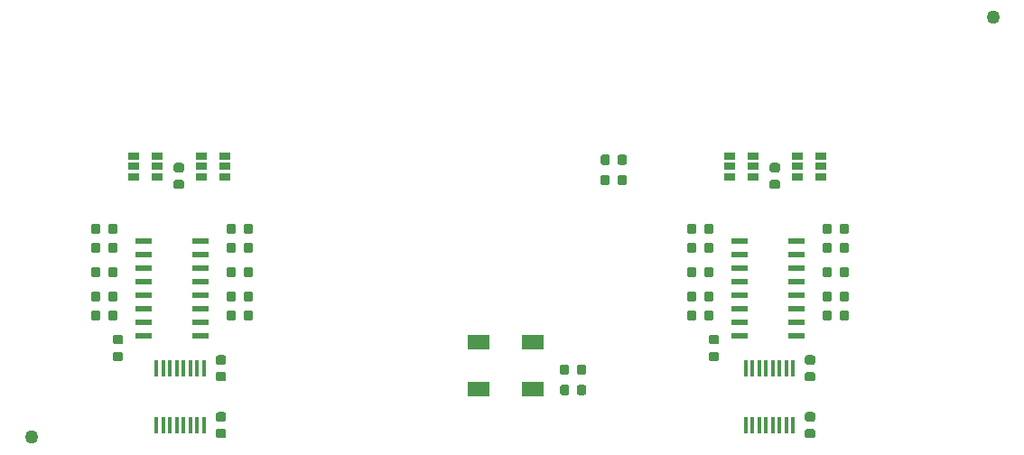
<source format=gbr>
G04 #@! TF.GenerationSoftware,KiCad,Pcbnew,5.0.2-bee76a0~70~ubuntu18.04.1*
G04 #@! TF.CreationDate,2019-06-21T08:35:03-07:00*
G04 #@! TF.ProjectId,aa-panel-receiver-lvds,61612d70-616e-4656-9c2d-726563656976,rev?*
G04 #@! TF.SameCoordinates,Original*
G04 #@! TF.FileFunction,Paste,Top*
G04 #@! TF.FilePolarity,Positive*
%FSLAX46Y46*%
G04 Gerber Fmt 4.6, Leading zero omitted, Abs format (unit mm)*
G04 Created by KiCad (PCBNEW 5.0.2-bee76a0~70~ubuntu18.04.1) date Fri 21 Jun 2019 08:35:03 AM PDT*
%MOMM*%
%LPD*%
G01*
G04 APERTURE LIST*
%ADD10C,1.275080*%
%ADD11C,0.100000*%
%ADD12C,0.875000*%
%ADD13R,2.100000X1.400000*%
%ADD14R,1.060000X0.650000*%
%ADD15R,1.500000X0.600000*%
%ADD16R,0.410000X1.600000*%
G04 APERTURE END LIST*
D10*
G04 #@! TO.C,FD6*
X184150000Y-57150000D03*
G04 #@! TD*
D11*
G04 #@! TO.C,C321*
G36*
X157745691Y-80552053D02*
X157766926Y-80555203D01*
X157787750Y-80560419D01*
X157807962Y-80567651D01*
X157827368Y-80576830D01*
X157845781Y-80587866D01*
X157863024Y-80600654D01*
X157878930Y-80615070D01*
X157893346Y-80630976D01*
X157906134Y-80648219D01*
X157917170Y-80666632D01*
X157926349Y-80686038D01*
X157933581Y-80706250D01*
X157938797Y-80727074D01*
X157941947Y-80748309D01*
X157943000Y-80769750D01*
X157943000Y-81282250D01*
X157941947Y-81303691D01*
X157938797Y-81324926D01*
X157933581Y-81345750D01*
X157926349Y-81365962D01*
X157917170Y-81385368D01*
X157906134Y-81403781D01*
X157893346Y-81421024D01*
X157878930Y-81436930D01*
X157863024Y-81451346D01*
X157845781Y-81464134D01*
X157827368Y-81475170D01*
X157807962Y-81484349D01*
X157787750Y-81491581D01*
X157766926Y-81496797D01*
X157745691Y-81499947D01*
X157724250Y-81501000D01*
X157286750Y-81501000D01*
X157265309Y-81499947D01*
X157244074Y-81496797D01*
X157223250Y-81491581D01*
X157203038Y-81484349D01*
X157183632Y-81475170D01*
X157165219Y-81464134D01*
X157147976Y-81451346D01*
X157132070Y-81436930D01*
X157117654Y-81421024D01*
X157104866Y-81403781D01*
X157093830Y-81385368D01*
X157084651Y-81365962D01*
X157077419Y-81345750D01*
X157072203Y-81324926D01*
X157069053Y-81303691D01*
X157068000Y-81282250D01*
X157068000Y-80769750D01*
X157069053Y-80748309D01*
X157072203Y-80727074D01*
X157077419Y-80706250D01*
X157084651Y-80686038D01*
X157093830Y-80666632D01*
X157104866Y-80648219D01*
X157117654Y-80630976D01*
X157132070Y-80615070D01*
X157147976Y-80600654D01*
X157165219Y-80587866D01*
X157183632Y-80576830D01*
X157203038Y-80567651D01*
X157223250Y-80560419D01*
X157244074Y-80555203D01*
X157265309Y-80552053D01*
X157286750Y-80551000D01*
X157724250Y-80551000D01*
X157745691Y-80552053D01*
X157745691Y-80552053D01*
G37*
D12*
X157505500Y-81026000D03*
D11*
G36*
X156170691Y-80552053D02*
X156191926Y-80555203D01*
X156212750Y-80560419D01*
X156232962Y-80567651D01*
X156252368Y-80576830D01*
X156270781Y-80587866D01*
X156288024Y-80600654D01*
X156303930Y-80615070D01*
X156318346Y-80630976D01*
X156331134Y-80648219D01*
X156342170Y-80666632D01*
X156351349Y-80686038D01*
X156358581Y-80706250D01*
X156363797Y-80727074D01*
X156366947Y-80748309D01*
X156368000Y-80769750D01*
X156368000Y-81282250D01*
X156366947Y-81303691D01*
X156363797Y-81324926D01*
X156358581Y-81345750D01*
X156351349Y-81365962D01*
X156342170Y-81385368D01*
X156331134Y-81403781D01*
X156318346Y-81421024D01*
X156303930Y-81436930D01*
X156288024Y-81451346D01*
X156270781Y-81464134D01*
X156252368Y-81475170D01*
X156232962Y-81484349D01*
X156212750Y-81491581D01*
X156191926Y-81496797D01*
X156170691Y-81499947D01*
X156149250Y-81501000D01*
X155711750Y-81501000D01*
X155690309Y-81499947D01*
X155669074Y-81496797D01*
X155648250Y-81491581D01*
X155628038Y-81484349D01*
X155608632Y-81475170D01*
X155590219Y-81464134D01*
X155572976Y-81451346D01*
X155557070Y-81436930D01*
X155542654Y-81421024D01*
X155529866Y-81403781D01*
X155518830Y-81385368D01*
X155509651Y-81365962D01*
X155502419Y-81345750D01*
X155497203Y-81324926D01*
X155494053Y-81303691D01*
X155493000Y-81282250D01*
X155493000Y-80769750D01*
X155494053Y-80748309D01*
X155497203Y-80727074D01*
X155502419Y-80706250D01*
X155509651Y-80686038D01*
X155518830Y-80666632D01*
X155529866Y-80648219D01*
X155542654Y-80630976D01*
X155557070Y-80615070D01*
X155572976Y-80600654D01*
X155590219Y-80587866D01*
X155608632Y-80576830D01*
X155628038Y-80567651D01*
X155648250Y-80560419D01*
X155669074Y-80555203D01*
X155690309Y-80552053D01*
X155711750Y-80551000D01*
X156149250Y-80551000D01*
X156170691Y-80552053D01*
X156170691Y-80552053D01*
G37*
D12*
X155930500Y-81026000D03*
G04 #@! TD*
D11*
G04 #@! TO.C,C311*
G36*
X170445691Y-80552053D02*
X170466926Y-80555203D01*
X170487750Y-80560419D01*
X170507962Y-80567651D01*
X170527368Y-80576830D01*
X170545781Y-80587866D01*
X170563024Y-80600654D01*
X170578930Y-80615070D01*
X170593346Y-80630976D01*
X170606134Y-80648219D01*
X170617170Y-80666632D01*
X170626349Y-80686038D01*
X170633581Y-80706250D01*
X170638797Y-80727074D01*
X170641947Y-80748309D01*
X170643000Y-80769750D01*
X170643000Y-81282250D01*
X170641947Y-81303691D01*
X170638797Y-81324926D01*
X170633581Y-81345750D01*
X170626349Y-81365962D01*
X170617170Y-81385368D01*
X170606134Y-81403781D01*
X170593346Y-81421024D01*
X170578930Y-81436930D01*
X170563024Y-81451346D01*
X170545781Y-81464134D01*
X170527368Y-81475170D01*
X170507962Y-81484349D01*
X170487750Y-81491581D01*
X170466926Y-81496797D01*
X170445691Y-81499947D01*
X170424250Y-81501000D01*
X169986750Y-81501000D01*
X169965309Y-81499947D01*
X169944074Y-81496797D01*
X169923250Y-81491581D01*
X169903038Y-81484349D01*
X169883632Y-81475170D01*
X169865219Y-81464134D01*
X169847976Y-81451346D01*
X169832070Y-81436930D01*
X169817654Y-81421024D01*
X169804866Y-81403781D01*
X169793830Y-81385368D01*
X169784651Y-81365962D01*
X169777419Y-81345750D01*
X169772203Y-81324926D01*
X169769053Y-81303691D01*
X169768000Y-81282250D01*
X169768000Y-80769750D01*
X169769053Y-80748309D01*
X169772203Y-80727074D01*
X169777419Y-80706250D01*
X169784651Y-80686038D01*
X169793830Y-80666632D01*
X169804866Y-80648219D01*
X169817654Y-80630976D01*
X169832070Y-80615070D01*
X169847976Y-80600654D01*
X169865219Y-80587866D01*
X169883632Y-80576830D01*
X169903038Y-80567651D01*
X169923250Y-80560419D01*
X169944074Y-80555203D01*
X169965309Y-80552053D01*
X169986750Y-80551000D01*
X170424250Y-80551000D01*
X170445691Y-80552053D01*
X170445691Y-80552053D01*
G37*
D12*
X170205500Y-81026000D03*
D11*
G36*
X168870691Y-80552053D02*
X168891926Y-80555203D01*
X168912750Y-80560419D01*
X168932962Y-80567651D01*
X168952368Y-80576830D01*
X168970781Y-80587866D01*
X168988024Y-80600654D01*
X169003930Y-80615070D01*
X169018346Y-80630976D01*
X169031134Y-80648219D01*
X169042170Y-80666632D01*
X169051349Y-80686038D01*
X169058581Y-80706250D01*
X169063797Y-80727074D01*
X169066947Y-80748309D01*
X169068000Y-80769750D01*
X169068000Y-81282250D01*
X169066947Y-81303691D01*
X169063797Y-81324926D01*
X169058581Y-81345750D01*
X169051349Y-81365962D01*
X169042170Y-81385368D01*
X169031134Y-81403781D01*
X169018346Y-81421024D01*
X169003930Y-81436930D01*
X168988024Y-81451346D01*
X168970781Y-81464134D01*
X168952368Y-81475170D01*
X168932962Y-81484349D01*
X168912750Y-81491581D01*
X168891926Y-81496797D01*
X168870691Y-81499947D01*
X168849250Y-81501000D01*
X168411750Y-81501000D01*
X168390309Y-81499947D01*
X168369074Y-81496797D01*
X168348250Y-81491581D01*
X168328038Y-81484349D01*
X168308632Y-81475170D01*
X168290219Y-81464134D01*
X168272976Y-81451346D01*
X168257070Y-81436930D01*
X168242654Y-81421024D01*
X168229866Y-81403781D01*
X168218830Y-81385368D01*
X168209651Y-81365962D01*
X168202419Y-81345750D01*
X168197203Y-81324926D01*
X168194053Y-81303691D01*
X168193000Y-81282250D01*
X168193000Y-80769750D01*
X168194053Y-80748309D01*
X168197203Y-80727074D01*
X168202419Y-80706250D01*
X168209651Y-80686038D01*
X168218830Y-80666632D01*
X168229866Y-80648219D01*
X168242654Y-80630976D01*
X168257070Y-80615070D01*
X168272976Y-80600654D01*
X168290219Y-80587866D01*
X168308632Y-80576830D01*
X168328038Y-80567651D01*
X168348250Y-80560419D01*
X168369074Y-80555203D01*
X168390309Y-80552053D01*
X168411750Y-80551000D01*
X168849250Y-80551000D01*
X168870691Y-80552053D01*
X168870691Y-80552053D01*
G37*
D12*
X168630500Y-81026000D03*
G04 #@! TD*
D11*
G04 #@! TO.C,C201*
G36*
X108100691Y-72360053D02*
X108121926Y-72363203D01*
X108142750Y-72368419D01*
X108162962Y-72375651D01*
X108182368Y-72384830D01*
X108200781Y-72395866D01*
X108218024Y-72408654D01*
X108233930Y-72423070D01*
X108248346Y-72438976D01*
X108261134Y-72456219D01*
X108272170Y-72474632D01*
X108281349Y-72494038D01*
X108288581Y-72514250D01*
X108293797Y-72535074D01*
X108296947Y-72556309D01*
X108298000Y-72577750D01*
X108298000Y-73015250D01*
X108296947Y-73036691D01*
X108293797Y-73057926D01*
X108288581Y-73078750D01*
X108281349Y-73098962D01*
X108272170Y-73118368D01*
X108261134Y-73136781D01*
X108248346Y-73154024D01*
X108233930Y-73169930D01*
X108218024Y-73184346D01*
X108200781Y-73197134D01*
X108182368Y-73208170D01*
X108162962Y-73217349D01*
X108142750Y-73224581D01*
X108121926Y-73229797D01*
X108100691Y-73232947D01*
X108079250Y-73234000D01*
X107566750Y-73234000D01*
X107545309Y-73232947D01*
X107524074Y-73229797D01*
X107503250Y-73224581D01*
X107483038Y-73217349D01*
X107463632Y-73208170D01*
X107445219Y-73197134D01*
X107427976Y-73184346D01*
X107412070Y-73169930D01*
X107397654Y-73154024D01*
X107384866Y-73136781D01*
X107373830Y-73118368D01*
X107364651Y-73098962D01*
X107357419Y-73078750D01*
X107352203Y-73057926D01*
X107349053Y-73036691D01*
X107348000Y-73015250D01*
X107348000Y-72577750D01*
X107349053Y-72556309D01*
X107352203Y-72535074D01*
X107357419Y-72514250D01*
X107364651Y-72494038D01*
X107373830Y-72474632D01*
X107384866Y-72456219D01*
X107397654Y-72438976D01*
X107412070Y-72423070D01*
X107427976Y-72408654D01*
X107445219Y-72395866D01*
X107463632Y-72384830D01*
X107483038Y-72375651D01*
X107503250Y-72368419D01*
X107524074Y-72363203D01*
X107545309Y-72360053D01*
X107566750Y-72359000D01*
X108079250Y-72359000D01*
X108100691Y-72360053D01*
X108100691Y-72360053D01*
G37*
D12*
X107823000Y-72796500D03*
D11*
G36*
X108100691Y-70785053D02*
X108121926Y-70788203D01*
X108142750Y-70793419D01*
X108162962Y-70800651D01*
X108182368Y-70809830D01*
X108200781Y-70820866D01*
X108218024Y-70833654D01*
X108233930Y-70848070D01*
X108248346Y-70863976D01*
X108261134Y-70881219D01*
X108272170Y-70899632D01*
X108281349Y-70919038D01*
X108288581Y-70939250D01*
X108293797Y-70960074D01*
X108296947Y-70981309D01*
X108298000Y-71002750D01*
X108298000Y-71440250D01*
X108296947Y-71461691D01*
X108293797Y-71482926D01*
X108288581Y-71503750D01*
X108281349Y-71523962D01*
X108272170Y-71543368D01*
X108261134Y-71561781D01*
X108248346Y-71579024D01*
X108233930Y-71594930D01*
X108218024Y-71609346D01*
X108200781Y-71622134D01*
X108182368Y-71633170D01*
X108162962Y-71642349D01*
X108142750Y-71649581D01*
X108121926Y-71654797D01*
X108100691Y-71657947D01*
X108079250Y-71659000D01*
X107566750Y-71659000D01*
X107545309Y-71657947D01*
X107524074Y-71654797D01*
X107503250Y-71649581D01*
X107483038Y-71642349D01*
X107463632Y-71633170D01*
X107445219Y-71622134D01*
X107427976Y-71609346D01*
X107412070Y-71594930D01*
X107397654Y-71579024D01*
X107384866Y-71561781D01*
X107373830Y-71543368D01*
X107364651Y-71523962D01*
X107357419Y-71503750D01*
X107352203Y-71482926D01*
X107349053Y-71461691D01*
X107348000Y-71440250D01*
X107348000Y-71002750D01*
X107349053Y-70981309D01*
X107352203Y-70960074D01*
X107357419Y-70939250D01*
X107364651Y-70919038D01*
X107373830Y-70899632D01*
X107384866Y-70881219D01*
X107397654Y-70863976D01*
X107412070Y-70848070D01*
X107427976Y-70833654D01*
X107445219Y-70820866D01*
X107463632Y-70809830D01*
X107483038Y-70800651D01*
X107503250Y-70793419D01*
X107524074Y-70788203D01*
X107545309Y-70785053D01*
X107566750Y-70784000D01*
X108079250Y-70784000D01*
X108100691Y-70785053D01*
X108100691Y-70785053D01*
G37*
D12*
X107823000Y-71221500D03*
G04 #@! TD*
D11*
G04 #@! TO.C,C202*
G36*
X102385691Y-86914053D02*
X102406926Y-86917203D01*
X102427750Y-86922419D01*
X102447962Y-86929651D01*
X102467368Y-86938830D01*
X102485781Y-86949866D01*
X102503024Y-86962654D01*
X102518930Y-86977070D01*
X102533346Y-86992976D01*
X102546134Y-87010219D01*
X102557170Y-87028632D01*
X102566349Y-87048038D01*
X102573581Y-87068250D01*
X102578797Y-87089074D01*
X102581947Y-87110309D01*
X102583000Y-87131750D01*
X102583000Y-87569250D01*
X102581947Y-87590691D01*
X102578797Y-87611926D01*
X102573581Y-87632750D01*
X102566349Y-87652962D01*
X102557170Y-87672368D01*
X102546134Y-87690781D01*
X102533346Y-87708024D01*
X102518930Y-87723930D01*
X102503024Y-87738346D01*
X102485781Y-87751134D01*
X102467368Y-87762170D01*
X102447962Y-87771349D01*
X102427750Y-87778581D01*
X102406926Y-87783797D01*
X102385691Y-87786947D01*
X102364250Y-87788000D01*
X101851750Y-87788000D01*
X101830309Y-87786947D01*
X101809074Y-87783797D01*
X101788250Y-87778581D01*
X101768038Y-87771349D01*
X101748632Y-87762170D01*
X101730219Y-87751134D01*
X101712976Y-87738346D01*
X101697070Y-87723930D01*
X101682654Y-87708024D01*
X101669866Y-87690781D01*
X101658830Y-87672368D01*
X101649651Y-87652962D01*
X101642419Y-87632750D01*
X101637203Y-87611926D01*
X101634053Y-87590691D01*
X101633000Y-87569250D01*
X101633000Y-87131750D01*
X101634053Y-87110309D01*
X101637203Y-87089074D01*
X101642419Y-87068250D01*
X101649651Y-87048038D01*
X101658830Y-87028632D01*
X101669866Y-87010219D01*
X101682654Y-86992976D01*
X101697070Y-86977070D01*
X101712976Y-86962654D01*
X101730219Y-86949866D01*
X101748632Y-86938830D01*
X101768038Y-86929651D01*
X101788250Y-86922419D01*
X101809074Y-86917203D01*
X101830309Y-86914053D01*
X101851750Y-86913000D01*
X102364250Y-86913000D01*
X102385691Y-86914053D01*
X102385691Y-86914053D01*
G37*
D12*
X102108000Y-87350500D03*
D11*
G36*
X102385691Y-88489053D02*
X102406926Y-88492203D01*
X102427750Y-88497419D01*
X102447962Y-88504651D01*
X102467368Y-88513830D01*
X102485781Y-88524866D01*
X102503024Y-88537654D01*
X102518930Y-88552070D01*
X102533346Y-88567976D01*
X102546134Y-88585219D01*
X102557170Y-88603632D01*
X102566349Y-88623038D01*
X102573581Y-88643250D01*
X102578797Y-88664074D01*
X102581947Y-88685309D01*
X102583000Y-88706750D01*
X102583000Y-89144250D01*
X102581947Y-89165691D01*
X102578797Y-89186926D01*
X102573581Y-89207750D01*
X102566349Y-89227962D01*
X102557170Y-89247368D01*
X102546134Y-89265781D01*
X102533346Y-89283024D01*
X102518930Y-89298930D01*
X102503024Y-89313346D01*
X102485781Y-89326134D01*
X102467368Y-89337170D01*
X102447962Y-89346349D01*
X102427750Y-89353581D01*
X102406926Y-89358797D01*
X102385691Y-89361947D01*
X102364250Y-89363000D01*
X101851750Y-89363000D01*
X101830309Y-89361947D01*
X101809074Y-89358797D01*
X101788250Y-89353581D01*
X101768038Y-89346349D01*
X101748632Y-89337170D01*
X101730219Y-89326134D01*
X101712976Y-89313346D01*
X101697070Y-89298930D01*
X101682654Y-89283024D01*
X101669866Y-89265781D01*
X101658830Y-89247368D01*
X101649651Y-89227962D01*
X101642419Y-89207750D01*
X101637203Y-89186926D01*
X101634053Y-89165691D01*
X101633000Y-89144250D01*
X101633000Y-88706750D01*
X101634053Y-88685309D01*
X101637203Y-88664074D01*
X101642419Y-88643250D01*
X101649651Y-88623038D01*
X101658830Y-88603632D01*
X101669866Y-88585219D01*
X101682654Y-88567976D01*
X101697070Y-88552070D01*
X101712976Y-88537654D01*
X101730219Y-88524866D01*
X101748632Y-88513830D01*
X101768038Y-88504651D01*
X101788250Y-88497419D01*
X101809074Y-88492203D01*
X101830309Y-88489053D01*
X101851750Y-88488000D01*
X102364250Y-88488000D01*
X102385691Y-88489053D01*
X102385691Y-88489053D01*
G37*
D12*
X102108000Y-88925500D03*
G04 #@! TD*
D11*
G04 #@! TO.C,C304*
G36*
X167282691Y-95728053D02*
X167303926Y-95731203D01*
X167324750Y-95736419D01*
X167344962Y-95743651D01*
X167364368Y-95752830D01*
X167382781Y-95763866D01*
X167400024Y-95776654D01*
X167415930Y-95791070D01*
X167430346Y-95806976D01*
X167443134Y-95824219D01*
X167454170Y-95842632D01*
X167463349Y-95862038D01*
X167470581Y-95882250D01*
X167475797Y-95903074D01*
X167478947Y-95924309D01*
X167480000Y-95945750D01*
X167480000Y-96383250D01*
X167478947Y-96404691D01*
X167475797Y-96425926D01*
X167470581Y-96446750D01*
X167463349Y-96466962D01*
X167454170Y-96486368D01*
X167443134Y-96504781D01*
X167430346Y-96522024D01*
X167415930Y-96537930D01*
X167400024Y-96552346D01*
X167382781Y-96565134D01*
X167364368Y-96576170D01*
X167344962Y-96585349D01*
X167324750Y-96592581D01*
X167303926Y-96597797D01*
X167282691Y-96600947D01*
X167261250Y-96602000D01*
X166748750Y-96602000D01*
X166727309Y-96600947D01*
X166706074Y-96597797D01*
X166685250Y-96592581D01*
X166665038Y-96585349D01*
X166645632Y-96576170D01*
X166627219Y-96565134D01*
X166609976Y-96552346D01*
X166594070Y-96537930D01*
X166579654Y-96522024D01*
X166566866Y-96504781D01*
X166555830Y-96486368D01*
X166546651Y-96466962D01*
X166539419Y-96446750D01*
X166534203Y-96425926D01*
X166531053Y-96404691D01*
X166530000Y-96383250D01*
X166530000Y-95945750D01*
X166531053Y-95924309D01*
X166534203Y-95903074D01*
X166539419Y-95882250D01*
X166546651Y-95862038D01*
X166555830Y-95842632D01*
X166566866Y-95824219D01*
X166579654Y-95806976D01*
X166594070Y-95791070D01*
X166609976Y-95776654D01*
X166627219Y-95763866D01*
X166645632Y-95752830D01*
X166665038Y-95743651D01*
X166685250Y-95736419D01*
X166706074Y-95731203D01*
X166727309Y-95728053D01*
X166748750Y-95727000D01*
X167261250Y-95727000D01*
X167282691Y-95728053D01*
X167282691Y-95728053D01*
G37*
D12*
X167005000Y-96164500D03*
D11*
G36*
X167282691Y-94153053D02*
X167303926Y-94156203D01*
X167324750Y-94161419D01*
X167344962Y-94168651D01*
X167364368Y-94177830D01*
X167382781Y-94188866D01*
X167400024Y-94201654D01*
X167415930Y-94216070D01*
X167430346Y-94231976D01*
X167443134Y-94249219D01*
X167454170Y-94267632D01*
X167463349Y-94287038D01*
X167470581Y-94307250D01*
X167475797Y-94328074D01*
X167478947Y-94349309D01*
X167480000Y-94370750D01*
X167480000Y-94808250D01*
X167478947Y-94829691D01*
X167475797Y-94850926D01*
X167470581Y-94871750D01*
X167463349Y-94891962D01*
X167454170Y-94911368D01*
X167443134Y-94929781D01*
X167430346Y-94947024D01*
X167415930Y-94962930D01*
X167400024Y-94977346D01*
X167382781Y-94990134D01*
X167364368Y-95001170D01*
X167344962Y-95010349D01*
X167324750Y-95017581D01*
X167303926Y-95022797D01*
X167282691Y-95025947D01*
X167261250Y-95027000D01*
X166748750Y-95027000D01*
X166727309Y-95025947D01*
X166706074Y-95022797D01*
X166685250Y-95017581D01*
X166665038Y-95010349D01*
X166645632Y-95001170D01*
X166627219Y-94990134D01*
X166609976Y-94977346D01*
X166594070Y-94962930D01*
X166579654Y-94947024D01*
X166566866Y-94929781D01*
X166555830Y-94911368D01*
X166546651Y-94891962D01*
X166539419Y-94871750D01*
X166534203Y-94850926D01*
X166531053Y-94829691D01*
X166530000Y-94808250D01*
X166530000Y-94370750D01*
X166531053Y-94349309D01*
X166534203Y-94328074D01*
X166539419Y-94307250D01*
X166546651Y-94287038D01*
X166555830Y-94267632D01*
X166566866Y-94249219D01*
X166579654Y-94231976D01*
X166594070Y-94216070D01*
X166609976Y-94201654D01*
X166627219Y-94188866D01*
X166645632Y-94177830D01*
X166665038Y-94168651D01*
X166685250Y-94161419D01*
X166706074Y-94156203D01*
X166727309Y-94153053D01*
X166748750Y-94152000D01*
X167261250Y-94152000D01*
X167282691Y-94153053D01*
X167282691Y-94153053D01*
G37*
D12*
X167005000Y-94589500D03*
G04 #@! TD*
D11*
G04 #@! TO.C,C203*
G36*
X112037691Y-90394053D02*
X112058926Y-90397203D01*
X112079750Y-90402419D01*
X112099962Y-90409651D01*
X112119368Y-90418830D01*
X112137781Y-90429866D01*
X112155024Y-90442654D01*
X112170930Y-90457070D01*
X112185346Y-90472976D01*
X112198134Y-90490219D01*
X112209170Y-90508632D01*
X112218349Y-90528038D01*
X112225581Y-90548250D01*
X112230797Y-90569074D01*
X112233947Y-90590309D01*
X112235000Y-90611750D01*
X112235000Y-91049250D01*
X112233947Y-91070691D01*
X112230797Y-91091926D01*
X112225581Y-91112750D01*
X112218349Y-91132962D01*
X112209170Y-91152368D01*
X112198134Y-91170781D01*
X112185346Y-91188024D01*
X112170930Y-91203930D01*
X112155024Y-91218346D01*
X112137781Y-91231134D01*
X112119368Y-91242170D01*
X112099962Y-91251349D01*
X112079750Y-91258581D01*
X112058926Y-91263797D01*
X112037691Y-91266947D01*
X112016250Y-91268000D01*
X111503750Y-91268000D01*
X111482309Y-91266947D01*
X111461074Y-91263797D01*
X111440250Y-91258581D01*
X111420038Y-91251349D01*
X111400632Y-91242170D01*
X111382219Y-91231134D01*
X111364976Y-91218346D01*
X111349070Y-91203930D01*
X111334654Y-91188024D01*
X111321866Y-91170781D01*
X111310830Y-91152368D01*
X111301651Y-91132962D01*
X111294419Y-91112750D01*
X111289203Y-91091926D01*
X111286053Y-91070691D01*
X111285000Y-91049250D01*
X111285000Y-90611750D01*
X111286053Y-90590309D01*
X111289203Y-90569074D01*
X111294419Y-90548250D01*
X111301651Y-90528038D01*
X111310830Y-90508632D01*
X111321866Y-90490219D01*
X111334654Y-90472976D01*
X111349070Y-90457070D01*
X111364976Y-90442654D01*
X111382219Y-90429866D01*
X111400632Y-90418830D01*
X111420038Y-90409651D01*
X111440250Y-90402419D01*
X111461074Y-90397203D01*
X111482309Y-90394053D01*
X111503750Y-90393000D01*
X112016250Y-90393000D01*
X112037691Y-90394053D01*
X112037691Y-90394053D01*
G37*
D12*
X111760000Y-90830500D03*
D11*
G36*
X112037691Y-88819053D02*
X112058926Y-88822203D01*
X112079750Y-88827419D01*
X112099962Y-88834651D01*
X112119368Y-88843830D01*
X112137781Y-88854866D01*
X112155024Y-88867654D01*
X112170930Y-88882070D01*
X112185346Y-88897976D01*
X112198134Y-88915219D01*
X112209170Y-88933632D01*
X112218349Y-88953038D01*
X112225581Y-88973250D01*
X112230797Y-88994074D01*
X112233947Y-89015309D01*
X112235000Y-89036750D01*
X112235000Y-89474250D01*
X112233947Y-89495691D01*
X112230797Y-89516926D01*
X112225581Y-89537750D01*
X112218349Y-89557962D01*
X112209170Y-89577368D01*
X112198134Y-89595781D01*
X112185346Y-89613024D01*
X112170930Y-89628930D01*
X112155024Y-89643346D01*
X112137781Y-89656134D01*
X112119368Y-89667170D01*
X112099962Y-89676349D01*
X112079750Y-89683581D01*
X112058926Y-89688797D01*
X112037691Y-89691947D01*
X112016250Y-89693000D01*
X111503750Y-89693000D01*
X111482309Y-89691947D01*
X111461074Y-89688797D01*
X111440250Y-89683581D01*
X111420038Y-89676349D01*
X111400632Y-89667170D01*
X111382219Y-89656134D01*
X111364976Y-89643346D01*
X111349070Y-89628930D01*
X111334654Y-89613024D01*
X111321866Y-89595781D01*
X111310830Y-89577368D01*
X111301651Y-89557962D01*
X111294419Y-89537750D01*
X111289203Y-89516926D01*
X111286053Y-89495691D01*
X111285000Y-89474250D01*
X111285000Y-89036750D01*
X111286053Y-89015309D01*
X111289203Y-88994074D01*
X111294419Y-88973250D01*
X111301651Y-88953038D01*
X111310830Y-88933632D01*
X111321866Y-88915219D01*
X111334654Y-88897976D01*
X111349070Y-88882070D01*
X111364976Y-88867654D01*
X111382219Y-88854866D01*
X111400632Y-88843830D01*
X111420038Y-88834651D01*
X111440250Y-88827419D01*
X111461074Y-88822203D01*
X111482309Y-88819053D01*
X111503750Y-88818000D01*
X112016250Y-88818000D01*
X112037691Y-88819053D01*
X112037691Y-88819053D01*
G37*
D12*
X111760000Y-89255500D03*
G04 #@! TD*
D11*
G04 #@! TO.C,C204*
G36*
X112037691Y-95728053D02*
X112058926Y-95731203D01*
X112079750Y-95736419D01*
X112099962Y-95743651D01*
X112119368Y-95752830D01*
X112137781Y-95763866D01*
X112155024Y-95776654D01*
X112170930Y-95791070D01*
X112185346Y-95806976D01*
X112198134Y-95824219D01*
X112209170Y-95842632D01*
X112218349Y-95862038D01*
X112225581Y-95882250D01*
X112230797Y-95903074D01*
X112233947Y-95924309D01*
X112235000Y-95945750D01*
X112235000Y-96383250D01*
X112233947Y-96404691D01*
X112230797Y-96425926D01*
X112225581Y-96446750D01*
X112218349Y-96466962D01*
X112209170Y-96486368D01*
X112198134Y-96504781D01*
X112185346Y-96522024D01*
X112170930Y-96537930D01*
X112155024Y-96552346D01*
X112137781Y-96565134D01*
X112119368Y-96576170D01*
X112099962Y-96585349D01*
X112079750Y-96592581D01*
X112058926Y-96597797D01*
X112037691Y-96600947D01*
X112016250Y-96602000D01*
X111503750Y-96602000D01*
X111482309Y-96600947D01*
X111461074Y-96597797D01*
X111440250Y-96592581D01*
X111420038Y-96585349D01*
X111400632Y-96576170D01*
X111382219Y-96565134D01*
X111364976Y-96552346D01*
X111349070Y-96537930D01*
X111334654Y-96522024D01*
X111321866Y-96504781D01*
X111310830Y-96486368D01*
X111301651Y-96466962D01*
X111294419Y-96446750D01*
X111289203Y-96425926D01*
X111286053Y-96404691D01*
X111285000Y-96383250D01*
X111285000Y-95945750D01*
X111286053Y-95924309D01*
X111289203Y-95903074D01*
X111294419Y-95882250D01*
X111301651Y-95862038D01*
X111310830Y-95842632D01*
X111321866Y-95824219D01*
X111334654Y-95806976D01*
X111349070Y-95791070D01*
X111364976Y-95776654D01*
X111382219Y-95763866D01*
X111400632Y-95752830D01*
X111420038Y-95743651D01*
X111440250Y-95736419D01*
X111461074Y-95731203D01*
X111482309Y-95728053D01*
X111503750Y-95727000D01*
X112016250Y-95727000D01*
X112037691Y-95728053D01*
X112037691Y-95728053D01*
G37*
D12*
X111760000Y-96164500D03*
D11*
G36*
X112037691Y-94153053D02*
X112058926Y-94156203D01*
X112079750Y-94161419D01*
X112099962Y-94168651D01*
X112119368Y-94177830D01*
X112137781Y-94188866D01*
X112155024Y-94201654D01*
X112170930Y-94216070D01*
X112185346Y-94231976D01*
X112198134Y-94249219D01*
X112209170Y-94267632D01*
X112218349Y-94287038D01*
X112225581Y-94307250D01*
X112230797Y-94328074D01*
X112233947Y-94349309D01*
X112235000Y-94370750D01*
X112235000Y-94808250D01*
X112233947Y-94829691D01*
X112230797Y-94850926D01*
X112225581Y-94871750D01*
X112218349Y-94891962D01*
X112209170Y-94911368D01*
X112198134Y-94929781D01*
X112185346Y-94947024D01*
X112170930Y-94962930D01*
X112155024Y-94977346D01*
X112137781Y-94990134D01*
X112119368Y-95001170D01*
X112099962Y-95010349D01*
X112079750Y-95017581D01*
X112058926Y-95022797D01*
X112037691Y-95025947D01*
X112016250Y-95027000D01*
X111503750Y-95027000D01*
X111482309Y-95025947D01*
X111461074Y-95022797D01*
X111440250Y-95017581D01*
X111420038Y-95010349D01*
X111400632Y-95001170D01*
X111382219Y-94990134D01*
X111364976Y-94977346D01*
X111349070Y-94962930D01*
X111334654Y-94947024D01*
X111321866Y-94929781D01*
X111310830Y-94911368D01*
X111301651Y-94891962D01*
X111294419Y-94871750D01*
X111289203Y-94850926D01*
X111286053Y-94829691D01*
X111285000Y-94808250D01*
X111285000Y-94370750D01*
X111286053Y-94349309D01*
X111289203Y-94328074D01*
X111294419Y-94307250D01*
X111301651Y-94287038D01*
X111310830Y-94267632D01*
X111321866Y-94249219D01*
X111334654Y-94231976D01*
X111349070Y-94216070D01*
X111364976Y-94201654D01*
X111382219Y-94188866D01*
X111400632Y-94177830D01*
X111420038Y-94168651D01*
X111440250Y-94161419D01*
X111461074Y-94156203D01*
X111482309Y-94153053D01*
X111503750Y-94152000D01*
X112016250Y-94152000D01*
X112037691Y-94153053D01*
X112037691Y-94153053D01*
G37*
D12*
X111760000Y-94589500D03*
G04 #@! TD*
D11*
G04 #@! TO.C,C211*
G36*
X114565691Y-80552053D02*
X114586926Y-80555203D01*
X114607750Y-80560419D01*
X114627962Y-80567651D01*
X114647368Y-80576830D01*
X114665781Y-80587866D01*
X114683024Y-80600654D01*
X114698930Y-80615070D01*
X114713346Y-80630976D01*
X114726134Y-80648219D01*
X114737170Y-80666632D01*
X114746349Y-80686038D01*
X114753581Y-80706250D01*
X114758797Y-80727074D01*
X114761947Y-80748309D01*
X114763000Y-80769750D01*
X114763000Y-81282250D01*
X114761947Y-81303691D01*
X114758797Y-81324926D01*
X114753581Y-81345750D01*
X114746349Y-81365962D01*
X114737170Y-81385368D01*
X114726134Y-81403781D01*
X114713346Y-81421024D01*
X114698930Y-81436930D01*
X114683024Y-81451346D01*
X114665781Y-81464134D01*
X114647368Y-81475170D01*
X114627962Y-81484349D01*
X114607750Y-81491581D01*
X114586926Y-81496797D01*
X114565691Y-81499947D01*
X114544250Y-81501000D01*
X114106750Y-81501000D01*
X114085309Y-81499947D01*
X114064074Y-81496797D01*
X114043250Y-81491581D01*
X114023038Y-81484349D01*
X114003632Y-81475170D01*
X113985219Y-81464134D01*
X113967976Y-81451346D01*
X113952070Y-81436930D01*
X113937654Y-81421024D01*
X113924866Y-81403781D01*
X113913830Y-81385368D01*
X113904651Y-81365962D01*
X113897419Y-81345750D01*
X113892203Y-81324926D01*
X113889053Y-81303691D01*
X113888000Y-81282250D01*
X113888000Y-80769750D01*
X113889053Y-80748309D01*
X113892203Y-80727074D01*
X113897419Y-80706250D01*
X113904651Y-80686038D01*
X113913830Y-80666632D01*
X113924866Y-80648219D01*
X113937654Y-80630976D01*
X113952070Y-80615070D01*
X113967976Y-80600654D01*
X113985219Y-80587866D01*
X114003632Y-80576830D01*
X114023038Y-80567651D01*
X114043250Y-80560419D01*
X114064074Y-80555203D01*
X114085309Y-80552053D01*
X114106750Y-80551000D01*
X114544250Y-80551000D01*
X114565691Y-80552053D01*
X114565691Y-80552053D01*
G37*
D12*
X114325500Y-81026000D03*
D11*
G36*
X112990691Y-80552053D02*
X113011926Y-80555203D01*
X113032750Y-80560419D01*
X113052962Y-80567651D01*
X113072368Y-80576830D01*
X113090781Y-80587866D01*
X113108024Y-80600654D01*
X113123930Y-80615070D01*
X113138346Y-80630976D01*
X113151134Y-80648219D01*
X113162170Y-80666632D01*
X113171349Y-80686038D01*
X113178581Y-80706250D01*
X113183797Y-80727074D01*
X113186947Y-80748309D01*
X113188000Y-80769750D01*
X113188000Y-81282250D01*
X113186947Y-81303691D01*
X113183797Y-81324926D01*
X113178581Y-81345750D01*
X113171349Y-81365962D01*
X113162170Y-81385368D01*
X113151134Y-81403781D01*
X113138346Y-81421024D01*
X113123930Y-81436930D01*
X113108024Y-81451346D01*
X113090781Y-81464134D01*
X113072368Y-81475170D01*
X113052962Y-81484349D01*
X113032750Y-81491581D01*
X113011926Y-81496797D01*
X112990691Y-81499947D01*
X112969250Y-81501000D01*
X112531750Y-81501000D01*
X112510309Y-81499947D01*
X112489074Y-81496797D01*
X112468250Y-81491581D01*
X112448038Y-81484349D01*
X112428632Y-81475170D01*
X112410219Y-81464134D01*
X112392976Y-81451346D01*
X112377070Y-81436930D01*
X112362654Y-81421024D01*
X112349866Y-81403781D01*
X112338830Y-81385368D01*
X112329651Y-81365962D01*
X112322419Y-81345750D01*
X112317203Y-81324926D01*
X112314053Y-81303691D01*
X112313000Y-81282250D01*
X112313000Y-80769750D01*
X112314053Y-80748309D01*
X112317203Y-80727074D01*
X112322419Y-80706250D01*
X112329651Y-80686038D01*
X112338830Y-80666632D01*
X112349866Y-80648219D01*
X112362654Y-80630976D01*
X112377070Y-80615070D01*
X112392976Y-80600654D01*
X112410219Y-80587866D01*
X112428632Y-80576830D01*
X112448038Y-80567651D01*
X112468250Y-80560419D01*
X112489074Y-80555203D01*
X112510309Y-80552053D01*
X112531750Y-80551000D01*
X112969250Y-80551000D01*
X112990691Y-80552053D01*
X112990691Y-80552053D01*
G37*
D12*
X112750500Y-81026000D03*
G04 #@! TD*
D11*
G04 #@! TO.C,C221*
G36*
X101865691Y-80552053D02*
X101886926Y-80555203D01*
X101907750Y-80560419D01*
X101927962Y-80567651D01*
X101947368Y-80576830D01*
X101965781Y-80587866D01*
X101983024Y-80600654D01*
X101998930Y-80615070D01*
X102013346Y-80630976D01*
X102026134Y-80648219D01*
X102037170Y-80666632D01*
X102046349Y-80686038D01*
X102053581Y-80706250D01*
X102058797Y-80727074D01*
X102061947Y-80748309D01*
X102063000Y-80769750D01*
X102063000Y-81282250D01*
X102061947Y-81303691D01*
X102058797Y-81324926D01*
X102053581Y-81345750D01*
X102046349Y-81365962D01*
X102037170Y-81385368D01*
X102026134Y-81403781D01*
X102013346Y-81421024D01*
X101998930Y-81436930D01*
X101983024Y-81451346D01*
X101965781Y-81464134D01*
X101947368Y-81475170D01*
X101927962Y-81484349D01*
X101907750Y-81491581D01*
X101886926Y-81496797D01*
X101865691Y-81499947D01*
X101844250Y-81501000D01*
X101406750Y-81501000D01*
X101385309Y-81499947D01*
X101364074Y-81496797D01*
X101343250Y-81491581D01*
X101323038Y-81484349D01*
X101303632Y-81475170D01*
X101285219Y-81464134D01*
X101267976Y-81451346D01*
X101252070Y-81436930D01*
X101237654Y-81421024D01*
X101224866Y-81403781D01*
X101213830Y-81385368D01*
X101204651Y-81365962D01*
X101197419Y-81345750D01*
X101192203Y-81324926D01*
X101189053Y-81303691D01*
X101188000Y-81282250D01*
X101188000Y-80769750D01*
X101189053Y-80748309D01*
X101192203Y-80727074D01*
X101197419Y-80706250D01*
X101204651Y-80686038D01*
X101213830Y-80666632D01*
X101224866Y-80648219D01*
X101237654Y-80630976D01*
X101252070Y-80615070D01*
X101267976Y-80600654D01*
X101285219Y-80587866D01*
X101303632Y-80576830D01*
X101323038Y-80567651D01*
X101343250Y-80560419D01*
X101364074Y-80555203D01*
X101385309Y-80552053D01*
X101406750Y-80551000D01*
X101844250Y-80551000D01*
X101865691Y-80552053D01*
X101865691Y-80552053D01*
G37*
D12*
X101625500Y-81026000D03*
D11*
G36*
X100290691Y-80552053D02*
X100311926Y-80555203D01*
X100332750Y-80560419D01*
X100352962Y-80567651D01*
X100372368Y-80576830D01*
X100390781Y-80587866D01*
X100408024Y-80600654D01*
X100423930Y-80615070D01*
X100438346Y-80630976D01*
X100451134Y-80648219D01*
X100462170Y-80666632D01*
X100471349Y-80686038D01*
X100478581Y-80706250D01*
X100483797Y-80727074D01*
X100486947Y-80748309D01*
X100488000Y-80769750D01*
X100488000Y-81282250D01*
X100486947Y-81303691D01*
X100483797Y-81324926D01*
X100478581Y-81345750D01*
X100471349Y-81365962D01*
X100462170Y-81385368D01*
X100451134Y-81403781D01*
X100438346Y-81421024D01*
X100423930Y-81436930D01*
X100408024Y-81451346D01*
X100390781Y-81464134D01*
X100372368Y-81475170D01*
X100352962Y-81484349D01*
X100332750Y-81491581D01*
X100311926Y-81496797D01*
X100290691Y-81499947D01*
X100269250Y-81501000D01*
X99831750Y-81501000D01*
X99810309Y-81499947D01*
X99789074Y-81496797D01*
X99768250Y-81491581D01*
X99748038Y-81484349D01*
X99728632Y-81475170D01*
X99710219Y-81464134D01*
X99692976Y-81451346D01*
X99677070Y-81436930D01*
X99662654Y-81421024D01*
X99649866Y-81403781D01*
X99638830Y-81385368D01*
X99629651Y-81365962D01*
X99622419Y-81345750D01*
X99617203Y-81324926D01*
X99614053Y-81303691D01*
X99613000Y-81282250D01*
X99613000Y-80769750D01*
X99614053Y-80748309D01*
X99617203Y-80727074D01*
X99622419Y-80706250D01*
X99629651Y-80686038D01*
X99638830Y-80666632D01*
X99649866Y-80648219D01*
X99662654Y-80630976D01*
X99677070Y-80615070D01*
X99692976Y-80600654D01*
X99710219Y-80587866D01*
X99728632Y-80576830D01*
X99748038Y-80567651D01*
X99768250Y-80560419D01*
X99789074Y-80555203D01*
X99810309Y-80552053D01*
X99831750Y-80551000D01*
X100269250Y-80551000D01*
X100290691Y-80552053D01*
X100290691Y-80552053D01*
G37*
D12*
X100050500Y-81026000D03*
G04 #@! TD*
D11*
G04 #@! TO.C,C301*
G36*
X163980691Y-70785053D02*
X164001926Y-70788203D01*
X164022750Y-70793419D01*
X164042962Y-70800651D01*
X164062368Y-70809830D01*
X164080781Y-70820866D01*
X164098024Y-70833654D01*
X164113930Y-70848070D01*
X164128346Y-70863976D01*
X164141134Y-70881219D01*
X164152170Y-70899632D01*
X164161349Y-70919038D01*
X164168581Y-70939250D01*
X164173797Y-70960074D01*
X164176947Y-70981309D01*
X164178000Y-71002750D01*
X164178000Y-71440250D01*
X164176947Y-71461691D01*
X164173797Y-71482926D01*
X164168581Y-71503750D01*
X164161349Y-71523962D01*
X164152170Y-71543368D01*
X164141134Y-71561781D01*
X164128346Y-71579024D01*
X164113930Y-71594930D01*
X164098024Y-71609346D01*
X164080781Y-71622134D01*
X164062368Y-71633170D01*
X164042962Y-71642349D01*
X164022750Y-71649581D01*
X164001926Y-71654797D01*
X163980691Y-71657947D01*
X163959250Y-71659000D01*
X163446750Y-71659000D01*
X163425309Y-71657947D01*
X163404074Y-71654797D01*
X163383250Y-71649581D01*
X163363038Y-71642349D01*
X163343632Y-71633170D01*
X163325219Y-71622134D01*
X163307976Y-71609346D01*
X163292070Y-71594930D01*
X163277654Y-71579024D01*
X163264866Y-71561781D01*
X163253830Y-71543368D01*
X163244651Y-71523962D01*
X163237419Y-71503750D01*
X163232203Y-71482926D01*
X163229053Y-71461691D01*
X163228000Y-71440250D01*
X163228000Y-71002750D01*
X163229053Y-70981309D01*
X163232203Y-70960074D01*
X163237419Y-70939250D01*
X163244651Y-70919038D01*
X163253830Y-70899632D01*
X163264866Y-70881219D01*
X163277654Y-70863976D01*
X163292070Y-70848070D01*
X163307976Y-70833654D01*
X163325219Y-70820866D01*
X163343632Y-70809830D01*
X163363038Y-70800651D01*
X163383250Y-70793419D01*
X163404074Y-70788203D01*
X163425309Y-70785053D01*
X163446750Y-70784000D01*
X163959250Y-70784000D01*
X163980691Y-70785053D01*
X163980691Y-70785053D01*
G37*
D12*
X163703000Y-71221500D03*
D11*
G36*
X163980691Y-72360053D02*
X164001926Y-72363203D01*
X164022750Y-72368419D01*
X164042962Y-72375651D01*
X164062368Y-72384830D01*
X164080781Y-72395866D01*
X164098024Y-72408654D01*
X164113930Y-72423070D01*
X164128346Y-72438976D01*
X164141134Y-72456219D01*
X164152170Y-72474632D01*
X164161349Y-72494038D01*
X164168581Y-72514250D01*
X164173797Y-72535074D01*
X164176947Y-72556309D01*
X164178000Y-72577750D01*
X164178000Y-73015250D01*
X164176947Y-73036691D01*
X164173797Y-73057926D01*
X164168581Y-73078750D01*
X164161349Y-73098962D01*
X164152170Y-73118368D01*
X164141134Y-73136781D01*
X164128346Y-73154024D01*
X164113930Y-73169930D01*
X164098024Y-73184346D01*
X164080781Y-73197134D01*
X164062368Y-73208170D01*
X164042962Y-73217349D01*
X164022750Y-73224581D01*
X164001926Y-73229797D01*
X163980691Y-73232947D01*
X163959250Y-73234000D01*
X163446750Y-73234000D01*
X163425309Y-73232947D01*
X163404074Y-73229797D01*
X163383250Y-73224581D01*
X163363038Y-73217349D01*
X163343632Y-73208170D01*
X163325219Y-73197134D01*
X163307976Y-73184346D01*
X163292070Y-73169930D01*
X163277654Y-73154024D01*
X163264866Y-73136781D01*
X163253830Y-73118368D01*
X163244651Y-73098962D01*
X163237419Y-73078750D01*
X163232203Y-73057926D01*
X163229053Y-73036691D01*
X163228000Y-73015250D01*
X163228000Y-72577750D01*
X163229053Y-72556309D01*
X163232203Y-72535074D01*
X163237419Y-72514250D01*
X163244651Y-72494038D01*
X163253830Y-72474632D01*
X163264866Y-72456219D01*
X163277654Y-72438976D01*
X163292070Y-72423070D01*
X163307976Y-72408654D01*
X163325219Y-72395866D01*
X163343632Y-72384830D01*
X163363038Y-72375651D01*
X163383250Y-72368419D01*
X163404074Y-72363203D01*
X163425309Y-72360053D01*
X163446750Y-72359000D01*
X163959250Y-72359000D01*
X163980691Y-72360053D01*
X163980691Y-72360053D01*
G37*
D12*
X163703000Y-72796500D03*
G04 #@! TD*
D11*
G04 #@! TO.C,C302*
G36*
X158265691Y-88489053D02*
X158286926Y-88492203D01*
X158307750Y-88497419D01*
X158327962Y-88504651D01*
X158347368Y-88513830D01*
X158365781Y-88524866D01*
X158383024Y-88537654D01*
X158398930Y-88552070D01*
X158413346Y-88567976D01*
X158426134Y-88585219D01*
X158437170Y-88603632D01*
X158446349Y-88623038D01*
X158453581Y-88643250D01*
X158458797Y-88664074D01*
X158461947Y-88685309D01*
X158463000Y-88706750D01*
X158463000Y-89144250D01*
X158461947Y-89165691D01*
X158458797Y-89186926D01*
X158453581Y-89207750D01*
X158446349Y-89227962D01*
X158437170Y-89247368D01*
X158426134Y-89265781D01*
X158413346Y-89283024D01*
X158398930Y-89298930D01*
X158383024Y-89313346D01*
X158365781Y-89326134D01*
X158347368Y-89337170D01*
X158327962Y-89346349D01*
X158307750Y-89353581D01*
X158286926Y-89358797D01*
X158265691Y-89361947D01*
X158244250Y-89363000D01*
X157731750Y-89363000D01*
X157710309Y-89361947D01*
X157689074Y-89358797D01*
X157668250Y-89353581D01*
X157648038Y-89346349D01*
X157628632Y-89337170D01*
X157610219Y-89326134D01*
X157592976Y-89313346D01*
X157577070Y-89298930D01*
X157562654Y-89283024D01*
X157549866Y-89265781D01*
X157538830Y-89247368D01*
X157529651Y-89227962D01*
X157522419Y-89207750D01*
X157517203Y-89186926D01*
X157514053Y-89165691D01*
X157513000Y-89144250D01*
X157513000Y-88706750D01*
X157514053Y-88685309D01*
X157517203Y-88664074D01*
X157522419Y-88643250D01*
X157529651Y-88623038D01*
X157538830Y-88603632D01*
X157549866Y-88585219D01*
X157562654Y-88567976D01*
X157577070Y-88552070D01*
X157592976Y-88537654D01*
X157610219Y-88524866D01*
X157628632Y-88513830D01*
X157648038Y-88504651D01*
X157668250Y-88497419D01*
X157689074Y-88492203D01*
X157710309Y-88489053D01*
X157731750Y-88488000D01*
X158244250Y-88488000D01*
X158265691Y-88489053D01*
X158265691Y-88489053D01*
G37*
D12*
X157988000Y-88925500D03*
D11*
G36*
X158265691Y-86914053D02*
X158286926Y-86917203D01*
X158307750Y-86922419D01*
X158327962Y-86929651D01*
X158347368Y-86938830D01*
X158365781Y-86949866D01*
X158383024Y-86962654D01*
X158398930Y-86977070D01*
X158413346Y-86992976D01*
X158426134Y-87010219D01*
X158437170Y-87028632D01*
X158446349Y-87048038D01*
X158453581Y-87068250D01*
X158458797Y-87089074D01*
X158461947Y-87110309D01*
X158463000Y-87131750D01*
X158463000Y-87569250D01*
X158461947Y-87590691D01*
X158458797Y-87611926D01*
X158453581Y-87632750D01*
X158446349Y-87652962D01*
X158437170Y-87672368D01*
X158426134Y-87690781D01*
X158413346Y-87708024D01*
X158398930Y-87723930D01*
X158383024Y-87738346D01*
X158365781Y-87751134D01*
X158347368Y-87762170D01*
X158327962Y-87771349D01*
X158307750Y-87778581D01*
X158286926Y-87783797D01*
X158265691Y-87786947D01*
X158244250Y-87788000D01*
X157731750Y-87788000D01*
X157710309Y-87786947D01*
X157689074Y-87783797D01*
X157668250Y-87778581D01*
X157648038Y-87771349D01*
X157628632Y-87762170D01*
X157610219Y-87751134D01*
X157592976Y-87738346D01*
X157577070Y-87723930D01*
X157562654Y-87708024D01*
X157549866Y-87690781D01*
X157538830Y-87672368D01*
X157529651Y-87652962D01*
X157522419Y-87632750D01*
X157517203Y-87611926D01*
X157514053Y-87590691D01*
X157513000Y-87569250D01*
X157513000Y-87131750D01*
X157514053Y-87110309D01*
X157517203Y-87089074D01*
X157522419Y-87068250D01*
X157529651Y-87048038D01*
X157538830Y-87028632D01*
X157549866Y-87010219D01*
X157562654Y-86992976D01*
X157577070Y-86977070D01*
X157592976Y-86962654D01*
X157610219Y-86949866D01*
X157628632Y-86938830D01*
X157648038Y-86929651D01*
X157668250Y-86922419D01*
X157689074Y-86917203D01*
X157710309Y-86914053D01*
X157731750Y-86913000D01*
X158244250Y-86913000D01*
X158265691Y-86914053D01*
X158265691Y-86914053D01*
G37*
D12*
X157988000Y-87350500D03*
G04 #@! TD*
D11*
G04 #@! TO.C,C303*
G36*
X167282691Y-90394053D02*
X167303926Y-90397203D01*
X167324750Y-90402419D01*
X167344962Y-90409651D01*
X167364368Y-90418830D01*
X167382781Y-90429866D01*
X167400024Y-90442654D01*
X167415930Y-90457070D01*
X167430346Y-90472976D01*
X167443134Y-90490219D01*
X167454170Y-90508632D01*
X167463349Y-90528038D01*
X167470581Y-90548250D01*
X167475797Y-90569074D01*
X167478947Y-90590309D01*
X167480000Y-90611750D01*
X167480000Y-91049250D01*
X167478947Y-91070691D01*
X167475797Y-91091926D01*
X167470581Y-91112750D01*
X167463349Y-91132962D01*
X167454170Y-91152368D01*
X167443134Y-91170781D01*
X167430346Y-91188024D01*
X167415930Y-91203930D01*
X167400024Y-91218346D01*
X167382781Y-91231134D01*
X167364368Y-91242170D01*
X167344962Y-91251349D01*
X167324750Y-91258581D01*
X167303926Y-91263797D01*
X167282691Y-91266947D01*
X167261250Y-91268000D01*
X166748750Y-91268000D01*
X166727309Y-91266947D01*
X166706074Y-91263797D01*
X166685250Y-91258581D01*
X166665038Y-91251349D01*
X166645632Y-91242170D01*
X166627219Y-91231134D01*
X166609976Y-91218346D01*
X166594070Y-91203930D01*
X166579654Y-91188024D01*
X166566866Y-91170781D01*
X166555830Y-91152368D01*
X166546651Y-91132962D01*
X166539419Y-91112750D01*
X166534203Y-91091926D01*
X166531053Y-91070691D01*
X166530000Y-91049250D01*
X166530000Y-90611750D01*
X166531053Y-90590309D01*
X166534203Y-90569074D01*
X166539419Y-90548250D01*
X166546651Y-90528038D01*
X166555830Y-90508632D01*
X166566866Y-90490219D01*
X166579654Y-90472976D01*
X166594070Y-90457070D01*
X166609976Y-90442654D01*
X166627219Y-90429866D01*
X166645632Y-90418830D01*
X166665038Y-90409651D01*
X166685250Y-90402419D01*
X166706074Y-90397203D01*
X166727309Y-90394053D01*
X166748750Y-90393000D01*
X167261250Y-90393000D01*
X167282691Y-90394053D01*
X167282691Y-90394053D01*
G37*
D12*
X167005000Y-90830500D03*
D11*
G36*
X167282691Y-88819053D02*
X167303926Y-88822203D01*
X167324750Y-88827419D01*
X167344962Y-88834651D01*
X167364368Y-88843830D01*
X167382781Y-88854866D01*
X167400024Y-88867654D01*
X167415930Y-88882070D01*
X167430346Y-88897976D01*
X167443134Y-88915219D01*
X167454170Y-88933632D01*
X167463349Y-88953038D01*
X167470581Y-88973250D01*
X167475797Y-88994074D01*
X167478947Y-89015309D01*
X167480000Y-89036750D01*
X167480000Y-89474250D01*
X167478947Y-89495691D01*
X167475797Y-89516926D01*
X167470581Y-89537750D01*
X167463349Y-89557962D01*
X167454170Y-89577368D01*
X167443134Y-89595781D01*
X167430346Y-89613024D01*
X167415930Y-89628930D01*
X167400024Y-89643346D01*
X167382781Y-89656134D01*
X167364368Y-89667170D01*
X167344962Y-89676349D01*
X167324750Y-89683581D01*
X167303926Y-89688797D01*
X167282691Y-89691947D01*
X167261250Y-89693000D01*
X166748750Y-89693000D01*
X166727309Y-89691947D01*
X166706074Y-89688797D01*
X166685250Y-89683581D01*
X166665038Y-89676349D01*
X166645632Y-89667170D01*
X166627219Y-89656134D01*
X166609976Y-89643346D01*
X166594070Y-89628930D01*
X166579654Y-89613024D01*
X166566866Y-89595781D01*
X166555830Y-89577368D01*
X166546651Y-89557962D01*
X166539419Y-89537750D01*
X166534203Y-89516926D01*
X166531053Y-89495691D01*
X166530000Y-89474250D01*
X166530000Y-89036750D01*
X166531053Y-89015309D01*
X166534203Y-88994074D01*
X166539419Y-88973250D01*
X166546651Y-88953038D01*
X166555830Y-88933632D01*
X166566866Y-88915219D01*
X166579654Y-88897976D01*
X166594070Y-88882070D01*
X166609976Y-88867654D01*
X166627219Y-88854866D01*
X166645632Y-88843830D01*
X166665038Y-88834651D01*
X166685250Y-88827419D01*
X166706074Y-88822203D01*
X166727309Y-88819053D01*
X166748750Y-88818000D01*
X167261250Y-88818000D01*
X167282691Y-88819053D01*
X167282691Y-88819053D01*
G37*
D12*
X167005000Y-89255500D03*
G04 #@! TD*
D11*
G04 #@! TO.C,D151*
G36*
X148042691Y-71916053D02*
X148063926Y-71919203D01*
X148084750Y-71924419D01*
X148104962Y-71931651D01*
X148124368Y-71940830D01*
X148142781Y-71951866D01*
X148160024Y-71964654D01*
X148175930Y-71979070D01*
X148190346Y-71994976D01*
X148203134Y-72012219D01*
X148214170Y-72030632D01*
X148223349Y-72050038D01*
X148230581Y-72070250D01*
X148235797Y-72091074D01*
X148238947Y-72112309D01*
X148240000Y-72133750D01*
X148240000Y-72646250D01*
X148238947Y-72667691D01*
X148235797Y-72688926D01*
X148230581Y-72709750D01*
X148223349Y-72729962D01*
X148214170Y-72749368D01*
X148203134Y-72767781D01*
X148190346Y-72785024D01*
X148175930Y-72800930D01*
X148160024Y-72815346D01*
X148142781Y-72828134D01*
X148124368Y-72839170D01*
X148104962Y-72848349D01*
X148084750Y-72855581D01*
X148063926Y-72860797D01*
X148042691Y-72863947D01*
X148021250Y-72865000D01*
X147583750Y-72865000D01*
X147562309Y-72863947D01*
X147541074Y-72860797D01*
X147520250Y-72855581D01*
X147500038Y-72848349D01*
X147480632Y-72839170D01*
X147462219Y-72828134D01*
X147444976Y-72815346D01*
X147429070Y-72800930D01*
X147414654Y-72785024D01*
X147401866Y-72767781D01*
X147390830Y-72749368D01*
X147381651Y-72729962D01*
X147374419Y-72709750D01*
X147369203Y-72688926D01*
X147366053Y-72667691D01*
X147365000Y-72646250D01*
X147365000Y-72133750D01*
X147366053Y-72112309D01*
X147369203Y-72091074D01*
X147374419Y-72070250D01*
X147381651Y-72050038D01*
X147390830Y-72030632D01*
X147401866Y-72012219D01*
X147414654Y-71994976D01*
X147429070Y-71979070D01*
X147444976Y-71964654D01*
X147462219Y-71951866D01*
X147480632Y-71940830D01*
X147500038Y-71931651D01*
X147520250Y-71924419D01*
X147541074Y-71919203D01*
X147562309Y-71916053D01*
X147583750Y-71915000D01*
X148021250Y-71915000D01*
X148042691Y-71916053D01*
X148042691Y-71916053D01*
G37*
D12*
X147802500Y-72390000D03*
D11*
G36*
X149617691Y-71916053D02*
X149638926Y-71919203D01*
X149659750Y-71924419D01*
X149679962Y-71931651D01*
X149699368Y-71940830D01*
X149717781Y-71951866D01*
X149735024Y-71964654D01*
X149750930Y-71979070D01*
X149765346Y-71994976D01*
X149778134Y-72012219D01*
X149789170Y-72030632D01*
X149798349Y-72050038D01*
X149805581Y-72070250D01*
X149810797Y-72091074D01*
X149813947Y-72112309D01*
X149815000Y-72133750D01*
X149815000Y-72646250D01*
X149813947Y-72667691D01*
X149810797Y-72688926D01*
X149805581Y-72709750D01*
X149798349Y-72729962D01*
X149789170Y-72749368D01*
X149778134Y-72767781D01*
X149765346Y-72785024D01*
X149750930Y-72800930D01*
X149735024Y-72815346D01*
X149717781Y-72828134D01*
X149699368Y-72839170D01*
X149679962Y-72848349D01*
X149659750Y-72855581D01*
X149638926Y-72860797D01*
X149617691Y-72863947D01*
X149596250Y-72865000D01*
X149158750Y-72865000D01*
X149137309Y-72863947D01*
X149116074Y-72860797D01*
X149095250Y-72855581D01*
X149075038Y-72848349D01*
X149055632Y-72839170D01*
X149037219Y-72828134D01*
X149019976Y-72815346D01*
X149004070Y-72800930D01*
X148989654Y-72785024D01*
X148976866Y-72767781D01*
X148965830Y-72749368D01*
X148956651Y-72729962D01*
X148949419Y-72709750D01*
X148944203Y-72688926D01*
X148941053Y-72667691D01*
X148940000Y-72646250D01*
X148940000Y-72133750D01*
X148941053Y-72112309D01*
X148944203Y-72091074D01*
X148949419Y-72070250D01*
X148956651Y-72050038D01*
X148965830Y-72030632D01*
X148976866Y-72012219D01*
X148989654Y-71994976D01*
X149004070Y-71979070D01*
X149019976Y-71964654D01*
X149037219Y-71951866D01*
X149055632Y-71940830D01*
X149075038Y-71931651D01*
X149095250Y-71924419D01*
X149116074Y-71919203D01*
X149137309Y-71916053D01*
X149158750Y-71915000D01*
X149596250Y-71915000D01*
X149617691Y-71916053D01*
X149617691Y-71916053D01*
G37*
D12*
X149377500Y-72390000D03*
G04 #@! TD*
D11*
G04 #@! TO.C,D152*
G36*
X145807691Y-89696053D02*
X145828926Y-89699203D01*
X145849750Y-89704419D01*
X145869962Y-89711651D01*
X145889368Y-89720830D01*
X145907781Y-89731866D01*
X145925024Y-89744654D01*
X145940930Y-89759070D01*
X145955346Y-89774976D01*
X145968134Y-89792219D01*
X145979170Y-89810632D01*
X145988349Y-89830038D01*
X145995581Y-89850250D01*
X146000797Y-89871074D01*
X146003947Y-89892309D01*
X146005000Y-89913750D01*
X146005000Y-90426250D01*
X146003947Y-90447691D01*
X146000797Y-90468926D01*
X145995581Y-90489750D01*
X145988349Y-90509962D01*
X145979170Y-90529368D01*
X145968134Y-90547781D01*
X145955346Y-90565024D01*
X145940930Y-90580930D01*
X145925024Y-90595346D01*
X145907781Y-90608134D01*
X145889368Y-90619170D01*
X145869962Y-90628349D01*
X145849750Y-90635581D01*
X145828926Y-90640797D01*
X145807691Y-90643947D01*
X145786250Y-90645000D01*
X145348750Y-90645000D01*
X145327309Y-90643947D01*
X145306074Y-90640797D01*
X145285250Y-90635581D01*
X145265038Y-90628349D01*
X145245632Y-90619170D01*
X145227219Y-90608134D01*
X145209976Y-90595346D01*
X145194070Y-90580930D01*
X145179654Y-90565024D01*
X145166866Y-90547781D01*
X145155830Y-90529368D01*
X145146651Y-90509962D01*
X145139419Y-90489750D01*
X145134203Y-90468926D01*
X145131053Y-90447691D01*
X145130000Y-90426250D01*
X145130000Y-89913750D01*
X145131053Y-89892309D01*
X145134203Y-89871074D01*
X145139419Y-89850250D01*
X145146651Y-89830038D01*
X145155830Y-89810632D01*
X145166866Y-89792219D01*
X145179654Y-89774976D01*
X145194070Y-89759070D01*
X145209976Y-89744654D01*
X145227219Y-89731866D01*
X145245632Y-89720830D01*
X145265038Y-89711651D01*
X145285250Y-89704419D01*
X145306074Y-89699203D01*
X145327309Y-89696053D01*
X145348750Y-89695000D01*
X145786250Y-89695000D01*
X145807691Y-89696053D01*
X145807691Y-89696053D01*
G37*
D12*
X145567500Y-90170000D03*
D11*
G36*
X144232691Y-89696053D02*
X144253926Y-89699203D01*
X144274750Y-89704419D01*
X144294962Y-89711651D01*
X144314368Y-89720830D01*
X144332781Y-89731866D01*
X144350024Y-89744654D01*
X144365930Y-89759070D01*
X144380346Y-89774976D01*
X144393134Y-89792219D01*
X144404170Y-89810632D01*
X144413349Y-89830038D01*
X144420581Y-89850250D01*
X144425797Y-89871074D01*
X144428947Y-89892309D01*
X144430000Y-89913750D01*
X144430000Y-90426250D01*
X144428947Y-90447691D01*
X144425797Y-90468926D01*
X144420581Y-90489750D01*
X144413349Y-90509962D01*
X144404170Y-90529368D01*
X144393134Y-90547781D01*
X144380346Y-90565024D01*
X144365930Y-90580930D01*
X144350024Y-90595346D01*
X144332781Y-90608134D01*
X144314368Y-90619170D01*
X144294962Y-90628349D01*
X144274750Y-90635581D01*
X144253926Y-90640797D01*
X144232691Y-90643947D01*
X144211250Y-90645000D01*
X143773750Y-90645000D01*
X143752309Y-90643947D01*
X143731074Y-90640797D01*
X143710250Y-90635581D01*
X143690038Y-90628349D01*
X143670632Y-90619170D01*
X143652219Y-90608134D01*
X143634976Y-90595346D01*
X143619070Y-90580930D01*
X143604654Y-90565024D01*
X143591866Y-90547781D01*
X143580830Y-90529368D01*
X143571651Y-90509962D01*
X143564419Y-90489750D01*
X143559203Y-90468926D01*
X143556053Y-90447691D01*
X143555000Y-90426250D01*
X143555000Y-89913750D01*
X143556053Y-89892309D01*
X143559203Y-89871074D01*
X143564419Y-89850250D01*
X143571651Y-89830038D01*
X143580830Y-89810632D01*
X143591866Y-89792219D01*
X143604654Y-89774976D01*
X143619070Y-89759070D01*
X143634976Y-89744654D01*
X143652219Y-89731866D01*
X143670632Y-89720830D01*
X143690038Y-89711651D01*
X143710250Y-89704419D01*
X143731074Y-89699203D01*
X143752309Y-89696053D01*
X143773750Y-89695000D01*
X144211250Y-89695000D01*
X144232691Y-89696053D01*
X144232691Y-89696053D01*
G37*
D12*
X143992500Y-90170000D03*
G04 #@! TD*
D13*
G04 #@! TO.C,D102*
X140970000Y-91989000D03*
X140970000Y-87589000D03*
G04 #@! TD*
G04 #@! TO.C,D101*
X135890000Y-87589000D03*
X135890000Y-91989000D03*
G04 #@! TD*
D11*
G04 #@! TO.C,R304*
G36*
X168870691Y-76488053D02*
X168891926Y-76491203D01*
X168912750Y-76496419D01*
X168932962Y-76503651D01*
X168952368Y-76512830D01*
X168970781Y-76523866D01*
X168988024Y-76536654D01*
X169003930Y-76551070D01*
X169018346Y-76566976D01*
X169031134Y-76584219D01*
X169042170Y-76602632D01*
X169051349Y-76622038D01*
X169058581Y-76642250D01*
X169063797Y-76663074D01*
X169066947Y-76684309D01*
X169068000Y-76705750D01*
X169068000Y-77218250D01*
X169066947Y-77239691D01*
X169063797Y-77260926D01*
X169058581Y-77281750D01*
X169051349Y-77301962D01*
X169042170Y-77321368D01*
X169031134Y-77339781D01*
X169018346Y-77357024D01*
X169003930Y-77372930D01*
X168988024Y-77387346D01*
X168970781Y-77400134D01*
X168952368Y-77411170D01*
X168932962Y-77420349D01*
X168912750Y-77427581D01*
X168891926Y-77432797D01*
X168870691Y-77435947D01*
X168849250Y-77437000D01*
X168411750Y-77437000D01*
X168390309Y-77435947D01*
X168369074Y-77432797D01*
X168348250Y-77427581D01*
X168328038Y-77420349D01*
X168308632Y-77411170D01*
X168290219Y-77400134D01*
X168272976Y-77387346D01*
X168257070Y-77372930D01*
X168242654Y-77357024D01*
X168229866Y-77339781D01*
X168218830Y-77321368D01*
X168209651Y-77301962D01*
X168202419Y-77281750D01*
X168197203Y-77260926D01*
X168194053Y-77239691D01*
X168193000Y-77218250D01*
X168193000Y-76705750D01*
X168194053Y-76684309D01*
X168197203Y-76663074D01*
X168202419Y-76642250D01*
X168209651Y-76622038D01*
X168218830Y-76602632D01*
X168229866Y-76584219D01*
X168242654Y-76566976D01*
X168257070Y-76551070D01*
X168272976Y-76536654D01*
X168290219Y-76523866D01*
X168308632Y-76512830D01*
X168328038Y-76503651D01*
X168348250Y-76496419D01*
X168369074Y-76491203D01*
X168390309Y-76488053D01*
X168411750Y-76487000D01*
X168849250Y-76487000D01*
X168870691Y-76488053D01*
X168870691Y-76488053D01*
G37*
D12*
X168630500Y-76962000D03*
D11*
G36*
X170445691Y-76488053D02*
X170466926Y-76491203D01*
X170487750Y-76496419D01*
X170507962Y-76503651D01*
X170527368Y-76512830D01*
X170545781Y-76523866D01*
X170563024Y-76536654D01*
X170578930Y-76551070D01*
X170593346Y-76566976D01*
X170606134Y-76584219D01*
X170617170Y-76602632D01*
X170626349Y-76622038D01*
X170633581Y-76642250D01*
X170638797Y-76663074D01*
X170641947Y-76684309D01*
X170643000Y-76705750D01*
X170643000Y-77218250D01*
X170641947Y-77239691D01*
X170638797Y-77260926D01*
X170633581Y-77281750D01*
X170626349Y-77301962D01*
X170617170Y-77321368D01*
X170606134Y-77339781D01*
X170593346Y-77357024D01*
X170578930Y-77372930D01*
X170563024Y-77387346D01*
X170545781Y-77400134D01*
X170527368Y-77411170D01*
X170507962Y-77420349D01*
X170487750Y-77427581D01*
X170466926Y-77432797D01*
X170445691Y-77435947D01*
X170424250Y-77437000D01*
X169986750Y-77437000D01*
X169965309Y-77435947D01*
X169944074Y-77432797D01*
X169923250Y-77427581D01*
X169903038Y-77420349D01*
X169883632Y-77411170D01*
X169865219Y-77400134D01*
X169847976Y-77387346D01*
X169832070Y-77372930D01*
X169817654Y-77357024D01*
X169804866Y-77339781D01*
X169793830Y-77321368D01*
X169784651Y-77301962D01*
X169777419Y-77281750D01*
X169772203Y-77260926D01*
X169769053Y-77239691D01*
X169768000Y-77218250D01*
X169768000Y-76705750D01*
X169769053Y-76684309D01*
X169772203Y-76663074D01*
X169777419Y-76642250D01*
X169784651Y-76622038D01*
X169793830Y-76602632D01*
X169804866Y-76584219D01*
X169817654Y-76566976D01*
X169832070Y-76551070D01*
X169847976Y-76536654D01*
X169865219Y-76523866D01*
X169883632Y-76512830D01*
X169903038Y-76503651D01*
X169923250Y-76496419D01*
X169944074Y-76491203D01*
X169965309Y-76488053D01*
X169986750Y-76487000D01*
X170424250Y-76487000D01*
X170445691Y-76488053D01*
X170445691Y-76488053D01*
G37*
D12*
X170205500Y-76962000D03*
G04 #@! TD*
D14*
G04 #@! TO.C,D301*
X167978000Y-72070000D03*
X167978000Y-71120000D03*
X167978000Y-70170000D03*
X165778000Y-70170000D03*
X165778000Y-72070000D03*
X165778000Y-71120000D03*
G04 #@! TD*
D11*
G04 #@! TO.C,R307*
G36*
X157745691Y-82838053D02*
X157766926Y-82841203D01*
X157787750Y-82846419D01*
X157807962Y-82853651D01*
X157827368Y-82862830D01*
X157845781Y-82873866D01*
X157863024Y-82886654D01*
X157878930Y-82901070D01*
X157893346Y-82916976D01*
X157906134Y-82934219D01*
X157917170Y-82952632D01*
X157926349Y-82972038D01*
X157933581Y-82992250D01*
X157938797Y-83013074D01*
X157941947Y-83034309D01*
X157943000Y-83055750D01*
X157943000Y-83568250D01*
X157941947Y-83589691D01*
X157938797Y-83610926D01*
X157933581Y-83631750D01*
X157926349Y-83651962D01*
X157917170Y-83671368D01*
X157906134Y-83689781D01*
X157893346Y-83707024D01*
X157878930Y-83722930D01*
X157863024Y-83737346D01*
X157845781Y-83750134D01*
X157827368Y-83761170D01*
X157807962Y-83770349D01*
X157787750Y-83777581D01*
X157766926Y-83782797D01*
X157745691Y-83785947D01*
X157724250Y-83787000D01*
X157286750Y-83787000D01*
X157265309Y-83785947D01*
X157244074Y-83782797D01*
X157223250Y-83777581D01*
X157203038Y-83770349D01*
X157183632Y-83761170D01*
X157165219Y-83750134D01*
X157147976Y-83737346D01*
X157132070Y-83722930D01*
X157117654Y-83707024D01*
X157104866Y-83689781D01*
X157093830Y-83671368D01*
X157084651Y-83651962D01*
X157077419Y-83631750D01*
X157072203Y-83610926D01*
X157069053Y-83589691D01*
X157068000Y-83568250D01*
X157068000Y-83055750D01*
X157069053Y-83034309D01*
X157072203Y-83013074D01*
X157077419Y-82992250D01*
X157084651Y-82972038D01*
X157093830Y-82952632D01*
X157104866Y-82934219D01*
X157117654Y-82916976D01*
X157132070Y-82901070D01*
X157147976Y-82886654D01*
X157165219Y-82873866D01*
X157183632Y-82862830D01*
X157203038Y-82853651D01*
X157223250Y-82846419D01*
X157244074Y-82841203D01*
X157265309Y-82838053D01*
X157286750Y-82837000D01*
X157724250Y-82837000D01*
X157745691Y-82838053D01*
X157745691Y-82838053D01*
G37*
D12*
X157505500Y-83312000D03*
D11*
G36*
X156170691Y-82838053D02*
X156191926Y-82841203D01*
X156212750Y-82846419D01*
X156232962Y-82853651D01*
X156252368Y-82862830D01*
X156270781Y-82873866D01*
X156288024Y-82886654D01*
X156303930Y-82901070D01*
X156318346Y-82916976D01*
X156331134Y-82934219D01*
X156342170Y-82952632D01*
X156351349Y-82972038D01*
X156358581Y-82992250D01*
X156363797Y-83013074D01*
X156366947Y-83034309D01*
X156368000Y-83055750D01*
X156368000Y-83568250D01*
X156366947Y-83589691D01*
X156363797Y-83610926D01*
X156358581Y-83631750D01*
X156351349Y-83651962D01*
X156342170Y-83671368D01*
X156331134Y-83689781D01*
X156318346Y-83707024D01*
X156303930Y-83722930D01*
X156288024Y-83737346D01*
X156270781Y-83750134D01*
X156252368Y-83761170D01*
X156232962Y-83770349D01*
X156212750Y-83777581D01*
X156191926Y-83782797D01*
X156170691Y-83785947D01*
X156149250Y-83787000D01*
X155711750Y-83787000D01*
X155690309Y-83785947D01*
X155669074Y-83782797D01*
X155648250Y-83777581D01*
X155628038Y-83770349D01*
X155608632Y-83761170D01*
X155590219Y-83750134D01*
X155572976Y-83737346D01*
X155557070Y-83722930D01*
X155542654Y-83707024D01*
X155529866Y-83689781D01*
X155518830Y-83671368D01*
X155509651Y-83651962D01*
X155502419Y-83631750D01*
X155497203Y-83610926D01*
X155494053Y-83589691D01*
X155493000Y-83568250D01*
X155493000Y-83055750D01*
X155494053Y-83034309D01*
X155497203Y-83013074D01*
X155502419Y-82992250D01*
X155509651Y-82972038D01*
X155518830Y-82952632D01*
X155529866Y-82934219D01*
X155542654Y-82916976D01*
X155557070Y-82901070D01*
X155572976Y-82886654D01*
X155590219Y-82873866D01*
X155608632Y-82862830D01*
X155628038Y-82853651D01*
X155648250Y-82846419D01*
X155669074Y-82841203D01*
X155690309Y-82838053D01*
X155711750Y-82837000D01*
X156149250Y-82837000D01*
X156170691Y-82838053D01*
X156170691Y-82838053D01*
G37*
D12*
X155930500Y-83312000D03*
G04 #@! TD*
D11*
G04 #@! TO.C,R303*
G36*
X168870691Y-78266053D02*
X168891926Y-78269203D01*
X168912750Y-78274419D01*
X168932962Y-78281651D01*
X168952368Y-78290830D01*
X168970781Y-78301866D01*
X168988024Y-78314654D01*
X169003930Y-78329070D01*
X169018346Y-78344976D01*
X169031134Y-78362219D01*
X169042170Y-78380632D01*
X169051349Y-78400038D01*
X169058581Y-78420250D01*
X169063797Y-78441074D01*
X169066947Y-78462309D01*
X169068000Y-78483750D01*
X169068000Y-78996250D01*
X169066947Y-79017691D01*
X169063797Y-79038926D01*
X169058581Y-79059750D01*
X169051349Y-79079962D01*
X169042170Y-79099368D01*
X169031134Y-79117781D01*
X169018346Y-79135024D01*
X169003930Y-79150930D01*
X168988024Y-79165346D01*
X168970781Y-79178134D01*
X168952368Y-79189170D01*
X168932962Y-79198349D01*
X168912750Y-79205581D01*
X168891926Y-79210797D01*
X168870691Y-79213947D01*
X168849250Y-79215000D01*
X168411750Y-79215000D01*
X168390309Y-79213947D01*
X168369074Y-79210797D01*
X168348250Y-79205581D01*
X168328038Y-79198349D01*
X168308632Y-79189170D01*
X168290219Y-79178134D01*
X168272976Y-79165346D01*
X168257070Y-79150930D01*
X168242654Y-79135024D01*
X168229866Y-79117781D01*
X168218830Y-79099368D01*
X168209651Y-79079962D01*
X168202419Y-79059750D01*
X168197203Y-79038926D01*
X168194053Y-79017691D01*
X168193000Y-78996250D01*
X168193000Y-78483750D01*
X168194053Y-78462309D01*
X168197203Y-78441074D01*
X168202419Y-78420250D01*
X168209651Y-78400038D01*
X168218830Y-78380632D01*
X168229866Y-78362219D01*
X168242654Y-78344976D01*
X168257070Y-78329070D01*
X168272976Y-78314654D01*
X168290219Y-78301866D01*
X168308632Y-78290830D01*
X168328038Y-78281651D01*
X168348250Y-78274419D01*
X168369074Y-78269203D01*
X168390309Y-78266053D01*
X168411750Y-78265000D01*
X168849250Y-78265000D01*
X168870691Y-78266053D01*
X168870691Y-78266053D01*
G37*
D12*
X168630500Y-78740000D03*
D11*
G36*
X170445691Y-78266053D02*
X170466926Y-78269203D01*
X170487750Y-78274419D01*
X170507962Y-78281651D01*
X170527368Y-78290830D01*
X170545781Y-78301866D01*
X170563024Y-78314654D01*
X170578930Y-78329070D01*
X170593346Y-78344976D01*
X170606134Y-78362219D01*
X170617170Y-78380632D01*
X170626349Y-78400038D01*
X170633581Y-78420250D01*
X170638797Y-78441074D01*
X170641947Y-78462309D01*
X170643000Y-78483750D01*
X170643000Y-78996250D01*
X170641947Y-79017691D01*
X170638797Y-79038926D01*
X170633581Y-79059750D01*
X170626349Y-79079962D01*
X170617170Y-79099368D01*
X170606134Y-79117781D01*
X170593346Y-79135024D01*
X170578930Y-79150930D01*
X170563024Y-79165346D01*
X170545781Y-79178134D01*
X170527368Y-79189170D01*
X170507962Y-79198349D01*
X170487750Y-79205581D01*
X170466926Y-79210797D01*
X170445691Y-79213947D01*
X170424250Y-79215000D01*
X169986750Y-79215000D01*
X169965309Y-79213947D01*
X169944074Y-79210797D01*
X169923250Y-79205581D01*
X169903038Y-79198349D01*
X169883632Y-79189170D01*
X169865219Y-79178134D01*
X169847976Y-79165346D01*
X169832070Y-79150930D01*
X169817654Y-79135024D01*
X169804866Y-79117781D01*
X169793830Y-79099368D01*
X169784651Y-79079962D01*
X169777419Y-79059750D01*
X169772203Y-79038926D01*
X169769053Y-79017691D01*
X169768000Y-78996250D01*
X169768000Y-78483750D01*
X169769053Y-78462309D01*
X169772203Y-78441074D01*
X169777419Y-78420250D01*
X169784651Y-78400038D01*
X169793830Y-78380632D01*
X169804866Y-78362219D01*
X169817654Y-78344976D01*
X169832070Y-78329070D01*
X169847976Y-78314654D01*
X169865219Y-78301866D01*
X169883632Y-78290830D01*
X169903038Y-78281651D01*
X169923250Y-78274419D01*
X169944074Y-78269203D01*
X169965309Y-78266053D01*
X169986750Y-78265000D01*
X170424250Y-78265000D01*
X170445691Y-78266053D01*
X170445691Y-78266053D01*
G37*
D12*
X170205500Y-78740000D03*
G04 #@! TD*
D11*
G04 #@! TO.C,R308*
G36*
X157745691Y-84616053D02*
X157766926Y-84619203D01*
X157787750Y-84624419D01*
X157807962Y-84631651D01*
X157827368Y-84640830D01*
X157845781Y-84651866D01*
X157863024Y-84664654D01*
X157878930Y-84679070D01*
X157893346Y-84694976D01*
X157906134Y-84712219D01*
X157917170Y-84730632D01*
X157926349Y-84750038D01*
X157933581Y-84770250D01*
X157938797Y-84791074D01*
X157941947Y-84812309D01*
X157943000Y-84833750D01*
X157943000Y-85346250D01*
X157941947Y-85367691D01*
X157938797Y-85388926D01*
X157933581Y-85409750D01*
X157926349Y-85429962D01*
X157917170Y-85449368D01*
X157906134Y-85467781D01*
X157893346Y-85485024D01*
X157878930Y-85500930D01*
X157863024Y-85515346D01*
X157845781Y-85528134D01*
X157827368Y-85539170D01*
X157807962Y-85548349D01*
X157787750Y-85555581D01*
X157766926Y-85560797D01*
X157745691Y-85563947D01*
X157724250Y-85565000D01*
X157286750Y-85565000D01*
X157265309Y-85563947D01*
X157244074Y-85560797D01*
X157223250Y-85555581D01*
X157203038Y-85548349D01*
X157183632Y-85539170D01*
X157165219Y-85528134D01*
X157147976Y-85515346D01*
X157132070Y-85500930D01*
X157117654Y-85485024D01*
X157104866Y-85467781D01*
X157093830Y-85449368D01*
X157084651Y-85429962D01*
X157077419Y-85409750D01*
X157072203Y-85388926D01*
X157069053Y-85367691D01*
X157068000Y-85346250D01*
X157068000Y-84833750D01*
X157069053Y-84812309D01*
X157072203Y-84791074D01*
X157077419Y-84770250D01*
X157084651Y-84750038D01*
X157093830Y-84730632D01*
X157104866Y-84712219D01*
X157117654Y-84694976D01*
X157132070Y-84679070D01*
X157147976Y-84664654D01*
X157165219Y-84651866D01*
X157183632Y-84640830D01*
X157203038Y-84631651D01*
X157223250Y-84624419D01*
X157244074Y-84619203D01*
X157265309Y-84616053D01*
X157286750Y-84615000D01*
X157724250Y-84615000D01*
X157745691Y-84616053D01*
X157745691Y-84616053D01*
G37*
D12*
X157505500Y-85090000D03*
D11*
G36*
X156170691Y-84616053D02*
X156191926Y-84619203D01*
X156212750Y-84624419D01*
X156232962Y-84631651D01*
X156252368Y-84640830D01*
X156270781Y-84651866D01*
X156288024Y-84664654D01*
X156303930Y-84679070D01*
X156318346Y-84694976D01*
X156331134Y-84712219D01*
X156342170Y-84730632D01*
X156351349Y-84750038D01*
X156358581Y-84770250D01*
X156363797Y-84791074D01*
X156366947Y-84812309D01*
X156368000Y-84833750D01*
X156368000Y-85346250D01*
X156366947Y-85367691D01*
X156363797Y-85388926D01*
X156358581Y-85409750D01*
X156351349Y-85429962D01*
X156342170Y-85449368D01*
X156331134Y-85467781D01*
X156318346Y-85485024D01*
X156303930Y-85500930D01*
X156288024Y-85515346D01*
X156270781Y-85528134D01*
X156252368Y-85539170D01*
X156232962Y-85548349D01*
X156212750Y-85555581D01*
X156191926Y-85560797D01*
X156170691Y-85563947D01*
X156149250Y-85565000D01*
X155711750Y-85565000D01*
X155690309Y-85563947D01*
X155669074Y-85560797D01*
X155648250Y-85555581D01*
X155628038Y-85548349D01*
X155608632Y-85539170D01*
X155590219Y-85528134D01*
X155572976Y-85515346D01*
X155557070Y-85500930D01*
X155542654Y-85485024D01*
X155529866Y-85467781D01*
X155518830Y-85449368D01*
X155509651Y-85429962D01*
X155502419Y-85409750D01*
X155497203Y-85388926D01*
X155494053Y-85367691D01*
X155493000Y-85346250D01*
X155493000Y-84833750D01*
X155494053Y-84812309D01*
X155497203Y-84791074D01*
X155502419Y-84770250D01*
X155509651Y-84750038D01*
X155518830Y-84730632D01*
X155529866Y-84712219D01*
X155542654Y-84694976D01*
X155557070Y-84679070D01*
X155572976Y-84664654D01*
X155590219Y-84651866D01*
X155608632Y-84640830D01*
X155628038Y-84631651D01*
X155648250Y-84624419D01*
X155669074Y-84619203D01*
X155690309Y-84616053D01*
X155711750Y-84615000D01*
X156149250Y-84615000D01*
X156170691Y-84616053D01*
X156170691Y-84616053D01*
G37*
D12*
X155930500Y-85090000D03*
G04 #@! TD*
D11*
G04 #@! TO.C,R301*
G36*
X168870691Y-84616053D02*
X168891926Y-84619203D01*
X168912750Y-84624419D01*
X168932962Y-84631651D01*
X168952368Y-84640830D01*
X168970781Y-84651866D01*
X168988024Y-84664654D01*
X169003930Y-84679070D01*
X169018346Y-84694976D01*
X169031134Y-84712219D01*
X169042170Y-84730632D01*
X169051349Y-84750038D01*
X169058581Y-84770250D01*
X169063797Y-84791074D01*
X169066947Y-84812309D01*
X169068000Y-84833750D01*
X169068000Y-85346250D01*
X169066947Y-85367691D01*
X169063797Y-85388926D01*
X169058581Y-85409750D01*
X169051349Y-85429962D01*
X169042170Y-85449368D01*
X169031134Y-85467781D01*
X169018346Y-85485024D01*
X169003930Y-85500930D01*
X168988024Y-85515346D01*
X168970781Y-85528134D01*
X168952368Y-85539170D01*
X168932962Y-85548349D01*
X168912750Y-85555581D01*
X168891926Y-85560797D01*
X168870691Y-85563947D01*
X168849250Y-85565000D01*
X168411750Y-85565000D01*
X168390309Y-85563947D01*
X168369074Y-85560797D01*
X168348250Y-85555581D01*
X168328038Y-85548349D01*
X168308632Y-85539170D01*
X168290219Y-85528134D01*
X168272976Y-85515346D01*
X168257070Y-85500930D01*
X168242654Y-85485024D01*
X168229866Y-85467781D01*
X168218830Y-85449368D01*
X168209651Y-85429962D01*
X168202419Y-85409750D01*
X168197203Y-85388926D01*
X168194053Y-85367691D01*
X168193000Y-85346250D01*
X168193000Y-84833750D01*
X168194053Y-84812309D01*
X168197203Y-84791074D01*
X168202419Y-84770250D01*
X168209651Y-84750038D01*
X168218830Y-84730632D01*
X168229866Y-84712219D01*
X168242654Y-84694976D01*
X168257070Y-84679070D01*
X168272976Y-84664654D01*
X168290219Y-84651866D01*
X168308632Y-84640830D01*
X168328038Y-84631651D01*
X168348250Y-84624419D01*
X168369074Y-84619203D01*
X168390309Y-84616053D01*
X168411750Y-84615000D01*
X168849250Y-84615000D01*
X168870691Y-84616053D01*
X168870691Y-84616053D01*
G37*
D12*
X168630500Y-85090000D03*
D11*
G36*
X170445691Y-84616053D02*
X170466926Y-84619203D01*
X170487750Y-84624419D01*
X170507962Y-84631651D01*
X170527368Y-84640830D01*
X170545781Y-84651866D01*
X170563024Y-84664654D01*
X170578930Y-84679070D01*
X170593346Y-84694976D01*
X170606134Y-84712219D01*
X170617170Y-84730632D01*
X170626349Y-84750038D01*
X170633581Y-84770250D01*
X170638797Y-84791074D01*
X170641947Y-84812309D01*
X170643000Y-84833750D01*
X170643000Y-85346250D01*
X170641947Y-85367691D01*
X170638797Y-85388926D01*
X170633581Y-85409750D01*
X170626349Y-85429962D01*
X170617170Y-85449368D01*
X170606134Y-85467781D01*
X170593346Y-85485024D01*
X170578930Y-85500930D01*
X170563024Y-85515346D01*
X170545781Y-85528134D01*
X170527368Y-85539170D01*
X170507962Y-85548349D01*
X170487750Y-85555581D01*
X170466926Y-85560797D01*
X170445691Y-85563947D01*
X170424250Y-85565000D01*
X169986750Y-85565000D01*
X169965309Y-85563947D01*
X169944074Y-85560797D01*
X169923250Y-85555581D01*
X169903038Y-85548349D01*
X169883632Y-85539170D01*
X169865219Y-85528134D01*
X169847976Y-85515346D01*
X169832070Y-85500930D01*
X169817654Y-85485024D01*
X169804866Y-85467781D01*
X169793830Y-85449368D01*
X169784651Y-85429962D01*
X169777419Y-85409750D01*
X169772203Y-85388926D01*
X169769053Y-85367691D01*
X169768000Y-85346250D01*
X169768000Y-84833750D01*
X169769053Y-84812309D01*
X169772203Y-84791074D01*
X169777419Y-84770250D01*
X169784651Y-84750038D01*
X169793830Y-84730632D01*
X169804866Y-84712219D01*
X169817654Y-84694976D01*
X169832070Y-84679070D01*
X169847976Y-84664654D01*
X169865219Y-84651866D01*
X169883632Y-84640830D01*
X169903038Y-84631651D01*
X169923250Y-84624419D01*
X169944074Y-84619203D01*
X169965309Y-84616053D01*
X169986750Y-84615000D01*
X170424250Y-84615000D01*
X170445691Y-84616053D01*
X170445691Y-84616053D01*
G37*
D12*
X170205500Y-85090000D03*
G04 #@! TD*
D14*
G04 #@! TO.C,D302*
X159428000Y-70170000D03*
X159428000Y-71120000D03*
X159428000Y-72070000D03*
X161628000Y-72070000D03*
X161628000Y-70170000D03*
X161628000Y-71120000D03*
G04 #@! TD*
D15*
G04 #@! TO.C,U301*
X165768000Y-86995000D03*
X165768000Y-85725000D03*
X165768000Y-84455000D03*
X165768000Y-83185000D03*
X165768000Y-81915000D03*
X165768000Y-80645000D03*
X165768000Y-79375000D03*
X165768000Y-78105000D03*
X160368000Y-78105000D03*
X160368000Y-79375000D03*
X160368000Y-80645000D03*
X160368000Y-81915000D03*
X160368000Y-83185000D03*
X160368000Y-84455000D03*
X160368000Y-85725000D03*
X160368000Y-86995000D03*
G04 #@! TD*
D11*
G04 #@! TO.C,R302*
G36*
X168870691Y-82838053D02*
X168891926Y-82841203D01*
X168912750Y-82846419D01*
X168932962Y-82853651D01*
X168952368Y-82862830D01*
X168970781Y-82873866D01*
X168988024Y-82886654D01*
X169003930Y-82901070D01*
X169018346Y-82916976D01*
X169031134Y-82934219D01*
X169042170Y-82952632D01*
X169051349Y-82972038D01*
X169058581Y-82992250D01*
X169063797Y-83013074D01*
X169066947Y-83034309D01*
X169068000Y-83055750D01*
X169068000Y-83568250D01*
X169066947Y-83589691D01*
X169063797Y-83610926D01*
X169058581Y-83631750D01*
X169051349Y-83651962D01*
X169042170Y-83671368D01*
X169031134Y-83689781D01*
X169018346Y-83707024D01*
X169003930Y-83722930D01*
X168988024Y-83737346D01*
X168970781Y-83750134D01*
X168952368Y-83761170D01*
X168932962Y-83770349D01*
X168912750Y-83777581D01*
X168891926Y-83782797D01*
X168870691Y-83785947D01*
X168849250Y-83787000D01*
X168411750Y-83787000D01*
X168390309Y-83785947D01*
X168369074Y-83782797D01*
X168348250Y-83777581D01*
X168328038Y-83770349D01*
X168308632Y-83761170D01*
X168290219Y-83750134D01*
X168272976Y-83737346D01*
X168257070Y-83722930D01*
X168242654Y-83707024D01*
X168229866Y-83689781D01*
X168218830Y-83671368D01*
X168209651Y-83651962D01*
X168202419Y-83631750D01*
X168197203Y-83610926D01*
X168194053Y-83589691D01*
X168193000Y-83568250D01*
X168193000Y-83055750D01*
X168194053Y-83034309D01*
X168197203Y-83013074D01*
X168202419Y-82992250D01*
X168209651Y-82972038D01*
X168218830Y-82952632D01*
X168229866Y-82934219D01*
X168242654Y-82916976D01*
X168257070Y-82901070D01*
X168272976Y-82886654D01*
X168290219Y-82873866D01*
X168308632Y-82862830D01*
X168328038Y-82853651D01*
X168348250Y-82846419D01*
X168369074Y-82841203D01*
X168390309Y-82838053D01*
X168411750Y-82837000D01*
X168849250Y-82837000D01*
X168870691Y-82838053D01*
X168870691Y-82838053D01*
G37*
D12*
X168630500Y-83312000D03*
D11*
G36*
X170445691Y-82838053D02*
X170466926Y-82841203D01*
X170487750Y-82846419D01*
X170507962Y-82853651D01*
X170527368Y-82862830D01*
X170545781Y-82873866D01*
X170563024Y-82886654D01*
X170578930Y-82901070D01*
X170593346Y-82916976D01*
X170606134Y-82934219D01*
X170617170Y-82952632D01*
X170626349Y-82972038D01*
X170633581Y-82992250D01*
X170638797Y-83013074D01*
X170641947Y-83034309D01*
X170643000Y-83055750D01*
X170643000Y-83568250D01*
X170641947Y-83589691D01*
X170638797Y-83610926D01*
X170633581Y-83631750D01*
X170626349Y-83651962D01*
X170617170Y-83671368D01*
X170606134Y-83689781D01*
X170593346Y-83707024D01*
X170578930Y-83722930D01*
X170563024Y-83737346D01*
X170545781Y-83750134D01*
X170527368Y-83761170D01*
X170507962Y-83770349D01*
X170487750Y-83777581D01*
X170466926Y-83782797D01*
X170445691Y-83785947D01*
X170424250Y-83787000D01*
X169986750Y-83787000D01*
X169965309Y-83785947D01*
X169944074Y-83782797D01*
X169923250Y-83777581D01*
X169903038Y-83770349D01*
X169883632Y-83761170D01*
X169865219Y-83750134D01*
X169847976Y-83737346D01*
X169832070Y-83722930D01*
X169817654Y-83707024D01*
X169804866Y-83689781D01*
X169793830Y-83671368D01*
X169784651Y-83651962D01*
X169777419Y-83631750D01*
X169772203Y-83610926D01*
X169769053Y-83589691D01*
X169768000Y-83568250D01*
X169768000Y-83055750D01*
X169769053Y-83034309D01*
X169772203Y-83013074D01*
X169777419Y-82992250D01*
X169784651Y-82972038D01*
X169793830Y-82952632D01*
X169804866Y-82934219D01*
X169817654Y-82916976D01*
X169832070Y-82901070D01*
X169847976Y-82886654D01*
X169865219Y-82873866D01*
X169883632Y-82862830D01*
X169903038Y-82853651D01*
X169923250Y-82846419D01*
X169944074Y-82841203D01*
X169965309Y-82838053D01*
X169986750Y-82837000D01*
X170424250Y-82837000D01*
X170445691Y-82838053D01*
X170445691Y-82838053D01*
G37*
D12*
X170205500Y-83312000D03*
G04 #@! TD*
D11*
G04 #@! TO.C,R306*
G36*
X157745691Y-78266053D02*
X157766926Y-78269203D01*
X157787750Y-78274419D01*
X157807962Y-78281651D01*
X157827368Y-78290830D01*
X157845781Y-78301866D01*
X157863024Y-78314654D01*
X157878930Y-78329070D01*
X157893346Y-78344976D01*
X157906134Y-78362219D01*
X157917170Y-78380632D01*
X157926349Y-78400038D01*
X157933581Y-78420250D01*
X157938797Y-78441074D01*
X157941947Y-78462309D01*
X157943000Y-78483750D01*
X157943000Y-78996250D01*
X157941947Y-79017691D01*
X157938797Y-79038926D01*
X157933581Y-79059750D01*
X157926349Y-79079962D01*
X157917170Y-79099368D01*
X157906134Y-79117781D01*
X157893346Y-79135024D01*
X157878930Y-79150930D01*
X157863024Y-79165346D01*
X157845781Y-79178134D01*
X157827368Y-79189170D01*
X157807962Y-79198349D01*
X157787750Y-79205581D01*
X157766926Y-79210797D01*
X157745691Y-79213947D01*
X157724250Y-79215000D01*
X157286750Y-79215000D01*
X157265309Y-79213947D01*
X157244074Y-79210797D01*
X157223250Y-79205581D01*
X157203038Y-79198349D01*
X157183632Y-79189170D01*
X157165219Y-79178134D01*
X157147976Y-79165346D01*
X157132070Y-79150930D01*
X157117654Y-79135024D01*
X157104866Y-79117781D01*
X157093830Y-79099368D01*
X157084651Y-79079962D01*
X157077419Y-79059750D01*
X157072203Y-79038926D01*
X157069053Y-79017691D01*
X157068000Y-78996250D01*
X157068000Y-78483750D01*
X157069053Y-78462309D01*
X157072203Y-78441074D01*
X157077419Y-78420250D01*
X157084651Y-78400038D01*
X157093830Y-78380632D01*
X157104866Y-78362219D01*
X157117654Y-78344976D01*
X157132070Y-78329070D01*
X157147976Y-78314654D01*
X157165219Y-78301866D01*
X157183632Y-78290830D01*
X157203038Y-78281651D01*
X157223250Y-78274419D01*
X157244074Y-78269203D01*
X157265309Y-78266053D01*
X157286750Y-78265000D01*
X157724250Y-78265000D01*
X157745691Y-78266053D01*
X157745691Y-78266053D01*
G37*
D12*
X157505500Y-78740000D03*
D11*
G36*
X156170691Y-78266053D02*
X156191926Y-78269203D01*
X156212750Y-78274419D01*
X156232962Y-78281651D01*
X156252368Y-78290830D01*
X156270781Y-78301866D01*
X156288024Y-78314654D01*
X156303930Y-78329070D01*
X156318346Y-78344976D01*
X156331134Y-78362219D01*
X156342170Y-78380632D01*
X156351349Y-78400038D01*
X156358581Y-78420250D01*
X156363797Y-78441074D01*
X156366947Y-78462309D01*
X156368000Y-78483750D01*
X156368000Y-78996250D01*
X156366947Y-79017691D01*
X156363797Y-79038926D01*
X156358581Y-79059750D01*
X156351349Y-79079962D01*
X156342170Y-79099368D01*
X156331134Y-79117781D01*
X156318346Y-79135024D01*
X156303930Y-79150930D01*
X156288024Y-79165346D01*
X156270781Y-79178134D01*
X156252368Y-79189170D01*
X156232962Y-79198349D01*
X156212750Y-79205581D01*
X156191926Y-79210797D01*
X156170691Y-79213947D01*
X156149250Y-79215000D01*
X155711750Y-79215000D01*
X155690309Y-79213947D01*
X155669074Y-79210797D01*
X155648250Y-79205581D01*
X155628038Y-79198349D01*
X155608632Y-79189170D01*
X155590219Y-79178134D01*
X155572976Y-79165346D01*
X155557070Y-79150930D01*
X155542654Y-79135024D01*
X155529866Y-79117781D01*
X155518830Y-79099368D01*
X155509651Y-79079962D01*
X155502419Y-79059750D01*
X155497203Y-79038926D01*
X155494053Y-79017691D01*
X155493000Y-78996250D01*
X155493000Y-78483750D01*
X155494053Y-78462309D01*
X155497203Y-78441074D01*
X155502419Y-78420250D01*
X155509651Y-78400038D01*
X155518830Y-78380632D01*
X155529866Y-78362219D01*
X155542654Y-78344976D01*
X155557070Y-78329070D01*
X155572976Y-78314654D01*
X155590219Y-78301866D01*
X155608632Y-78290830D01*
X155628038Y-78281651D01*
X155648250Y-78274419D01*
X155669074Y-78269203D01*
X155690309Y-78266053D01*
X155711750Y-78265000D01*
X156149250Y-78265000D01*
X156170691Y-78266053D01*
X156170691Y-78266053D01*
G37*
D12*
X155930500Y-78740000D03*
G04 #@! TD*
D16*
G04 #@! TO.C,U302*
X165417500Y-90055700D03*
X164782500Y-90055700D03*
X164147500Y-90055700D03*
X163512500Y-90055700D03*
X162877500Y-90055700D03*
X162242500Y-90055700D03*
X161607500Y-90055700D03*
X160972500Y-90055700D03*
X160972500Y-95364300D03*
X161607500Y-95364300D03*
X162242500Y-95364300D03*
X162877500Y-95364300D03*
X163512500Y-95364300D03*
X164147500Y-95364300D03*
X164782500Y-95364300D03*
X165417500Y-95364300D03*
G04 #@! TD*
D11*
G04 #@! TO.C,R305*
G36*
X157745691Y-76488053D02*
X157766926Y-76491203D01*
X157787750Y-76496419D01*
X157807962Y-76503651D01*
X157827368Y-76512830D01*
X157845781Y-76523866D01*
X157863024Y-76536654D01*
X157878930Y-76551070D01*
X157893346Y-76566976D01*
X157906134Y-76584219D01*
X157917170Y-76602632D01*
X157926349Y-76622038D01*
X157933581Y-76642250D01*
X157938797Y-76663074D01*
X157941947Y-76684309D01*
X157943000Y-76705750D01*
X157943000Y-77218250D01*
X157941947Y-77239691D01*
X157938797Y-77260926D01*
X157933581Y-77281750D01*
X157926349Y-77301962D01*
X157917170Y-77321368D01*
X157906134Y-77339781D01*
X157893346Y-77357024D01*
X157878930Y-77372930D01*
X157863024Y-77387346D01*
X157845781Y-77400134D01*
X157827368Y-77411170D01*
X157807962Y-77420349D01*
X157787750Y-77427581D01*
X157766926Y-77432797D01*
X157745691Y-77435947D01*
X157724250Y-77437000D01*
X157286750Y-77437000D01*
X157265309Y-77435947D01*
X157244074Y-77432797D01*
X157223250Y-77427581D01*
X157203038Y-77420349D01*
X157183632Y-77411170D01*
X157165219Y-77400134D01*
X157147976Y-77387346D01*
X157132070Y-77372930D01*
X157117654Y-77357024D01*
X157104866Y-77339781D01*
X157093830Y-77321368D01*
X157084651Y-77301962D01*
X157077419Y-77281750D01*
X157072203Y-77260926D01*
X157069053Y-77239691D01*
X157068000Y-77218250D01*
X157068000Y-76705750D01*
X157069053Y-76684309D01*
X157072203Y-76663074D01*
X157077419Y-76642250D01*
X157084651Y-76622038D01*
X157093830Y-76602632D01*
X157104866Y-76584219D01*
X157117654Y-76566976D01*
X157132070Y-76551070D01*
X157147976Y-76536654D01*
X157165219Y-76523866D01*
X157183632Y-76512830D01*
X157203038Y-76503651D01*
X157223250Y-76496419D01*
X157244074Y-76491203D01*
X157265309Y-76488053D01*
X157286750Y-76487000D01*
X157724250Y-76487000D01*
X157745691Y-76488053D01*
X157745691Y-76488053D01*
G37*
D12*
X157505500Y-76962000D03*
D11*
G36*
X156170691Y-76488053D02*
X156191926Y-76491203D01*
X156212750Y-76496419D01*
X156232962Y-76503651D01*
X156252368Y-76512830D01*
X156270781Y-76523866D01*
X156288024Y-76536654D01*
X156303930Y-76551070D01*
X156318346Y-76566976D01*
X156331134Y-76584219D01*
X156342170Y-76602632D01*
X156351349Y-76622038D01*
X156358581Y-76642250D01*
X156363797Y-76663074D01*
X156366947Y-76684309D01*
X156368000Y-76705750D01*
X156368000Y-77218250D01*
X156366947Y-77239691D01*
X156363797Y-77260926D01*
X156358581Y-77281750D01*
X156351349Y-77301962D01*
X156342170Y-77321368D01*
X156331134Y-77339781D01*
X156318346Y-77357024D01*
X156303930Y-77372930D01*
X156288024Y-77387346D01*
X156270781Y-77400134D01*
X156252368Y-77411170D01*
X156232962Y-77420349D01*
X156212750Y-77427581D01*
X156191926Y-77432797D01*
X156170691Y-77435947D01*
X156149250Y-77437000D01*
X155711750Y-77437000D01*
X155690309Y-77435947D01*
X155669074Y-77432797D01*
X155648250Y-77427581D01*
X155628038Y-77420349D01*
X155608632Y-77411170D01*
X155590219Y-77400134D01*
X155572976Y-77387346D01*
X155557070Y-77372930D01*
X155542654Y-77357024D01*
X155529866Y-77339781D01*
X155518830Y-77321368D01*
X155509651Y-77301962D01*
X155502419Y-77281750D01*
X155497203Y-77260926D01*
X155494053Y-77239691D01*
X155493000Y-77218250D01*
X155493000Y-76705750D01*
X155494053Y-76684309D01*
X155497203Y-76663074D01*
X155502419Y-76642250D01*
X155509651Y-76622038D01*
X155518830Y-76602632D01*
X155529866Y-76584219D01*
X155542654Y-76566976D01*
X155557070Y-76551070D01*
X155572976Y-76536654D01*
X155590219Y-76523866D01*
X155608632Y-76512830D01*
X155628038Y-76503651D01*
X155648250Y-76496419D01*
X155669074Y-76491203D01*
X155690309Y-76488053D01*
X155711750Y-76487000D01*
X156149250Y-76487000D01*
X156170691Y-76488053D01*
X156170691Y-76488053D01*
G37*
D12*
X155930500Y-76962000D03*
G04 #@! TD*
D11*
G04 #@! TO.C,R151*
G36*
X148042691Y-70011053D02*
X148063926Y-70014203D01*
X148084750Y-70019419D01*
X148104962Y-70026651D01*
X148124368Y-70035830D01*
X148142781Y-70046866D01*
X148160024Y-70059654D01*
X148175930Y-70074070D01*
X148190346Y-70089976D01*
X148203134Y-70107219D01*
X148214170Y-70125632D01*
X148223349Y-70145038D01*
X148230581Y-70165250D01*
X148235797Y-70186074D01*
X148238947Y-70207309D01*
X148240000Y-70228750D01*
X148240000Y-70741250D01*
X148238947Y-70762691D01*
X148235797Y-70783926D01*
X148230581Y-70804750D01*
X148223349Y-70824962D01*
X148214170Y-70844368D01*
X148203134Y-70862781D01*
X148190346Y-70880024D01*
X148175930Y-70895930D01*
X148160024Y-70910346D01*
X148142781Y-70923134D01*
X148124368Y-70934170D01*
X148104962Y-70943349D01*
X148084750Y-70950581D01*
X148063926Y-70955797D01*
X148042691Y-70958947D01*
X148021250Y-70960000D01*
X147583750Y-70960000D01*
X147562309Y-70958947D01*
X147541074Y-70955797D01*
X147520250Y-70950581D01*
X147500038Y-70943349D01*
X147480632Y-70934170D01*
X147462219Y-70923134D01*
X147444976Y-70910346D01*
X147429070Y-70895930D01*
X147414654Y-70880024D01*
X147401866Y-70862781D01*
X147390830Y-70844368D01*
X147381651Y-70824962D01*
X147374419Y-70804750D01*
X147369203Y-70783926D01*
X147366053Y-70762691D01*
X147365000Y-70741250D01*
X147365000Y-70228750D01*
X147366053Y-70207309D01*
X147369203Y-70186074D01*
X147374419Y-70165250D01*
X147381651Y-70145038D01*
X147390830Y-70125632D01*
X147401866Y-70107219D01*
X147414654Y-70089976D01*
X147429070Y-70074070D01*
X147444976Y-70059654D01*
X147462219Y-70046866D01*
X147480632Y-70035830D01*
X147500038Y-70026651D01*
X147520250Y-70019419D01*
X147541074Y-70014203D01*
X147562309Y-70011053D01*
X147583750Y-70010000D01*
X148021250Y-70010000D01*
X148042691Y-70011053D01*
X148042691Y-70011053D01*
G37*
D12*
X147802500Y-70485000D03*
D11*
G36*
X149617691Y-70011053D02*
X149638926Y-70014203D01*
X149659750Y-70019419D01*
X149679962Y-70026651D01*
X149699368Y-70035830D01*
X149717781Y-70046866D01*
X149735024Y-70059654D01*
X149750930Y-70074070D01*
X149765346Y-70089976D01*
X149778134Y-70107219D01*
X149789170Y-70125632D01*
X149798349Y-70145038D01*
X149805581Y-70165250D01*
X149810797Y-70186074D01*
X149813947Y-70207309D01*
X149815000Y-70228750D01*
X149815000Y-70741250D01*
X149813947Y-70762691D01*
X149810797Y-70783926D01*
X149805581Y-70804750D01*
X149798349Y-70824962D01*
X149789170Y-70844368D01*
X149778134Y-70862781D01*
X149765346Y-70880024D01*
X149750930Y-70895930D01*
X149735024Y-70910346D01*
X149717781Y-70923134D01*
X149699368Y-70934170D01*
X149679962Y-70943349D01*
X149659750Y-70950581D01*
X149638926Y-70955797D01*
X149617691Y-70958947D01*
X149596250Y-70960000D01*
X149158750Y-70960000D01*
X149137309Y-70958947D01*
X149116074Y-70955797D01*
X149095250Y-70950581D01*
X149075038Y-70943349D01*
X149055632Y-70934170D01*
X149037219Y-70923134D01*
X149019976Y-70910346D01*
X149004070Y-70895930D01*
X148989654Y-70880024D01*
X148976866Y-70862781D01*
X148965830Y-70844368D01*
X148956651Y-70824962D01*
X148949419Y-70804750D01*
X148944203Y-70783926D01*
X148941053Y-70762691D01*
X148940000Y-70741250D01*
X148940000Y-70228750D01*
X148941053Y-70207309D01*
X148944203Y-70186074D01*
X148949419Y-70165250D01*
X148956651Y-70145038D01*
X148965830Y-70125632D01*
X148976866Y-70107219D01*
X148989654Y-70089976D01*
X149004070Y-70074070D01*
X149019976Y-70059654D01*
X149037219Y-70046866D01*
X149055632Y-70035830D01*
X149075038Y-70026651D01*
X149095250Y-70019419D01*
X149116074Y-70014203D01*
X149137309Y-70011053D01*
X149158750Y-70010000D01*
X149596250Y-70010000D01*
X149617691Y-70011053D01*
X149617691Y-70011053D01*
G37*
D12*
X149377500Y-70485000D03*
G04 #@! TD*
D11*
G04 #@! TO.C,R152*
G36*
X145807691Y-91601053D02*
X145828926Y-91604203D01*
X145849750Y-91609419D01*
X145869962Y-91616651D01*
X145889368Y-91625830D01*
X145907781Y-91636866D01*
X145925024Y-91649654D01*
X145940930Y-91664070D01*
X145955346Y-91679976D01*
X145968134Y-91697219D01*
X145979170Y-91715632D01*
X145988349Y-91735038D01*
X145995581Y-91755250D01*
X146000797Y-91776074D01*
X146003947Y-91797309D01*
X146005000Y-91818750D01*
X146005000Y-92331250D01*
X146003947Y-92352691D01*
X146000797Y-92373926D01*
X145995581Y-92394750D01*
X145988349Y-92414962D01*
X145979170Y-92434368D01*
X145968134Y-92452781D01*
X145955346Y-92470024D01*
X145940930Y-92485930D01*
X145925024Y-92500346D01*
X145907781Y-92513134D01*
X145889368Y-92524170D01*
X145869962Y-92533349D01*
X145849750Y-92540581D01*
X145828926Y-92545797D01*
X145807691Y-92548947D01*
X145786250Y-92550000D01*
X145348750Y-92550000D01*
X145327309Y-92548947D01*
X145306074Y-92545797D01*
X145285250Y-92540581D01*
X145265038Y-92533349D01*
X145245632Y-92524170D01*
X145227219Y-92513134D01*
X145209976Y-92500346D01*
X145194070Y-92485930D01*
X145179654Y-92470024D01*
X145166866Y-92452781D01*
X145155830Y-92434368D01*
X145146651Y-92414962D01*
X145139419Y-92394750D01*
X145134203Y-92373926D01*
X145131053Y-92352691D01*
X145130000Y-92331250D01*
X145130000Y-91818750D01*
X145131053Y-91797309D01*
X145134203Y-91776074D01*
X145139419Y-91755250D01*
X145146651Y-91735038D01*
X145155830Y-91715632D01*
X145166866Y-91697219D01*
X145179654Y-91679976D01*
X145194070Y-91664070D01*
X145209976Y-91649654D01*
X145227219Y-91636866D01*
X145245632Y-91625830D01*
X145265038Y-91616651D01*
X145285250Y-91609419D01*
X145306074Y-91604203D01*
X145327309Y-91601053D01*
X145348750Y-91600000D01*
X145786250Y-91600000D01*
X145807691Y-91601053D01*
X145807691Y-91601053D01*
G37*
D12*
X145567500Y-92075000D03*
D11*
G36*
X144232691Y-91601053D02*
X144253926Y-91604203D01*
X144274750Y-91609419D01*
X144294962Y-91616651D01*
X144314368Y-91625830D01*
X144332781Y-91636866D01*
X144350024Y-91649654D01*
X144365930Y-91664070D01*
X144380346Y-91679976D01*
X144393134Y-91697219D01*
X144404170Y-91715632D01*
X144413349Y-91735038D01*
X144420581Y-91755250D01*
X144425797Y-91776074D01*
X144428947Y-91797309D01*
X144430000Y-91818750D01*
X144430000Y-92331250D01*
X144428947Y-92352691D01*
X144425797Y-92373926D01*
X144420581Y-92394750D01*
X144413349Y-92414962D01*
X144404170Y-92434368D01*
X144393134Y-92452781D01*
X144380346Y-92470024D01*
X144365930Y-92485930D01*
X144350024Y-92500346D01*
X144332781Y-92513134D01*
X144314368Y-92524170D01*
X144294962Y-92533349D01*
X144274750Y-92540581D01*
X144253926Y-92545797D01*
X144232691Y-92548947D01*
X144211250Y-92550000D01*
X143773750Y-92550000D01*
X143752309Y-92548947D01*
X143731074Y-92545797D01*
X143710250Y-92540581D01*
X143690038Y-92533349D01*
X143670632Y-92524170D01*
X143652219Y-92513134D01*
X143634976Y-92500346D01*
X143619070Y-92485930D01*
X143604654Y-92470024D01*
X143591866Y-92452781D01*
X143580830Y-92434368D01*
X143571651Y-92414962D01*
X143564419Y-92394750D01*
X143559203Y-92373926D01*
X143556053Y-92352691D01*
X143555000Y-92331250D01*
X143555000Y-91818750D01*
X143556053Y-91797309D01*
X143559203Y-91776074D01*
X143564419Y-91755250D01*
X143571651Y-91735038D01*
X143580830Y-91715632D01*
X143591866Y-91697219D01*
X143604654Y-91679976D01*
X143619070Y-91664070D01*
X143634976Y-91649654D01*
X143652219Y-91636866D01*
X143670632Y-91625830D01*
X143690038Y-91616651D01*
X143710250Y-91609419D01*
X143731074Y-91604203D01*
X143752309Y-91601053D01*
X143773750Y-91600000D01*
X144211250Y-91600000D01*
X144232691Y-91601053D01*
X144232691Y-91601053D01*
G37*
D12*
X143992500Y-92075000D03*
G04 #@! TD*
D11*
G04 #@! TO.C,R208*
G36*
X100290691Y-84616053D02*
X100311926Y-84619203D01*
X100332750Y-84624419D01*
X100352962Y-84631651D01*
X100372368Y-84640830D01*
X100390781Y-84651866D01*
X100408024Y-84664654D01*
X100423930Y-84679070D01*
X100438346Y-84694976D01*
X100451134Y-84712219D01*
X100462170Y-84730632D01*
X100471349Y-84750038D01*
X100478581Y-84770250D01*
X100483797Y-84791074D01*
X100486947Y-84812309D01*
X100488000Y-84833750D01*
X100488000Y-85346250D01*
X100486947Y-85367691D01*
X100483797Y-85388926D01*
X100478581Y-85409750D01*
X100471349Y-85429962D01*
X100462170Y-85449368D01*
X100451134Y-85467781D01*
X100438346Y-85485024D01*
X100423930Y-85500930D01*
X100408024Y-85515346D01*
X100390781Y-85528134D01*
X100372368Y-85539170D01*
X100352962Y-85548349D01*
X100332750Y-85555581D01*
X100311926Y-85560797D01*
X100290691Y-85563947D01*
X100269250Y-85565000D01*
X99831750Y-85565000D01*
X99810309Y-85563947D01*
X99789074Y-85560797D01*
X99768250Y-85555581D01*
X99748038Y-85548349D01*
X99728632Y-85539170D01*
X99710219Y-85528134D01*
X99692976Y-85515346D01*
X99677070Y-85500930D01*
X99662654Y-85485024D01*
X99649866Y-85467781D01*
X99638830Y-85449368D01*
X99629651Y-85429962D01*
X99622419Y-85409750D01*
X99617203Y-85388926D01*
X99614053Y-85367691D01*
X99613000Y-85346250D01*
X99613000Y-84833750D01*
X99614053Y-84812309D01*
X99617203Y-84791074D01*
X99622419Y-84770250D01*
X99629651Y-84750038D01*
X99638830Y-84730632D01*
X99649866Y-84712219D01*
X99662654Y-84694976D01*
X99677070Y-84679070D01*
X99692976Y-84664654D01*
X99710219Y-84651866D01*
X99728632Y-84640830D01*
X99748038Y-84631651D01*
X99768250Y-84624419D01*
X99789074Y-84619203D01*
X99810309Y-84616053D01*
X99831750Y-84615000D01*
X100269250Y-84615000D01*
X100290691Y-84616053D01*
X100290691Y-84616053D01*
G37*
D12*
X100050500Y-85090000D03*
D11*
G36*
X101865691Y-84616053D02*
X101886926Y-84619203D01*
X101907750Y-84624419D01*
X101927962Y-84631651D01*
X101947368Y-84640830D01*
X101965781Y-84651866D01*
X101983024Y-84664654D01*
X101998930Y-84679070D01*
X102013346Y-84694976D01*
X102026134Y-84712219D01*
X102037170Y-84730632D01*
X102046349Y-84750038D01*
X102053581Y-84770250D01*
X102058797Y-84791074D01*
X102061947Y-84812309D01*
X102063000Y-84833750D01*
X102063000Y-85346250D01*
X102061947Y-85367691D01*
X102058797Y-85388926D01*
X102053581Y-85409750D01*
X102046349Y-85429962D01*
X102037170Y-85449368D01*
X102026134Y-85467781D01*
X102013346Y-85485024D01*
X101998930Y-85500930D01*
X101983024Y-85515346D01*
X101965781Y-85528134D01*
X101947368Y-85539170D01*
X101927962Y-85548349D01*
X101907750Y-85555581D01*
X101886926Y-85560797D01*
X101865691Y-85563947D01*
X101844250Y-85565000D01*
X101406750Y-85565000D01*
X101385309Y-85563947D01*
X101364074Y-85560797D01*
X101343250Y-85555581D01*
X101323038Y-85548349D01*
X101303632Y-85539170D01*
X101285219Y-85528134D01*
X101267976Y-85515346D01*
X101252070Y-85500930D01*
X101237654Y-85485024D01*
X101224866Y-85467781D01*
X101213830Y-85449368D01*
X101204651Y-85429962D01*
X101197419Y-85409750D01*
X101192203Y-85388926D01*
X101189053Y-85367691D01*
X101188000Y-85346250D01*
X101188000Y-84833750D01*
X101189053Y-84812309D01*
X101192203Y-84791074D01*
X101197419Y-84770250D01*
X101204651Y-84750038D01*
X101213830Y-84730632D01*
X101224866Y-84712219D01*
X101237654Y-84694976D01*
X101252070Y-84679070D01*
X101267976Y-84664654D01*
X101285219Y-84651866D01*
X101303632Y-84640830D01*
X101323038Y-84631651D01*
X101343250Y-84624419D01*
X101364074Y-84619203D01*
X101385309Y-84616053D01*
X101406750Y-84615000D01*
X101844250Y-84615000D01*
X101865691Y-84616053D01*
X101865691Y-84616053D01*
G37*
D12*
X101625500Y-85090000D03*
G04 #@! TD*
D11*
G04 #@! TO.C,R205*
G36*
X100290691Y-76488053D02*
X100311926Y-76491203D01*
X100332750Y-76496419D01*
X100352962Y-76503651D01*
X100372368Y-76512830D01*
X100390781Y-76523866D01*
X100408024Y-76536654D01*
X100423930Y-76551070D01*
X100438346Y-76566976D01*
X100451134Y-76584219D01*
X100462170Y-76602632D01*
X100471349Y-76622038D01*
X100478581Y-76642250D01*
X100483797Y-76663074D01*
X100486947Y-76684309D01*
X100488000Y-76705750D01*
X100488000Y-77218250D01*
X100486947Y-77239691D01*
X100483797Y-77260926D01*
X100478581Y-77281750D01*
X100471349Y-77301962D01*
X100462170Y-77321368D01*
X100451134Y-77339781D01*
X100438346Y-77357024D01*
X100423930Y-77372930D01*
X100408024Y-77387346D01*
X100390781Y-77400134D01*
X100372368Y-77411170D01*
X100352962Y-77420349D01*
X100332750Y-77427581D01*
X100311926Y-77432797D01*
X100290691Y-77435947D01*
X100269250Y-77437000D01*
X99831750Y-77437000D01*
X99810309Y-77435947D01*
X99789074Y-77432797D01*
X99768250Y-77427581D01*
X99748038Y-77420349D01*
X99728632Y-77411170D01*
X99710219Y-77400134D01*
X99692976Y-77387346D01*
X99677070Y-77372930D01*
X99662654Y-77357024D01*
X99649866Y-77339781D01*
X99638830Y-77321368D01*
X99629651Y-77301962D01*
X99622419Y-77281750D01*
X99617203Y-77260926D01*
X99614053Y-77239691D01*
X99613000Y-77218250D01*
X99613000Y-76705750D01*
X99614053Y-76684309D01*
X99617203Y-76663074D01*
X99622419Y-76642250D01*
X99629651Y-76622038D01*
X99638830Y-76602632D01*
X99649866Y-76584219D01*
X99662654Y-76566976D01*
X99677070Y-76551070D01*
X99692976Y-76536654D01*
X99710219Y-76523866D01*
X99728632Y-76512830D01*
X99748038Y-76503651D01*
X99768250Y-76496419D01*
X99789074Y-76491203D01*
X99810309Y-76488053D01*
X99831750Y-76487000D01*
X100269250Y-76487000D01*
X100290691Y-76488053D01*
X100290691Y-76488053D01*
G37*
D12*
X100050500Y-76962000D03*
D11*
G36*
X101865691Y-76488053D02*
X101886926Y-76491203D01*
X101907750Y-76496419D01*
X101927962Y-76503651D01*
X101947368Y-76512830D01*
X101965781Y-76523866D01*
X101983024Y-76536654D01*
X101998930Y-76551070D01*
X102013346Y-76566976D01*
X102026134Y-76584219D01*
X102037170Y-76602632D01*
X102046349Y-76622038D01*
X102053581Y-76642250D01*
X102058797Y-76663074D01*
X102061947Y-76684309D01*
X102063000Y-76705750D01*
X102063000Y-77218250D01*
X102061947Y-77239691D01*
X102058797Y-77260926D01*
X102053581Y-77281750D01*
X102046349Y-77301962D01*
X102037170Y-77321368D01*
X102026134Y-77339781D01*
X102013346Y-77357024D01*
X101998930Y-77372930D01*
X101983024Y-77387346D01*
X101965781Y-77400134D01*
X101947368Y-77411170D01*
X101927962Y-77420349D01*
X101907750Y-77427581D01*
X101886926Y-77432797D01*
X101865691Y-77435947D01*
X101844250Y-77437000D01*
X101406750Y-77437000D01*
X101385309Y-77435947D01*
X101364074Y-77432797D01*
X101343250Y-77427581D01*
X101323038Y-77420349D01*
X101303632Y-77411170D01*
X101285219Y-77400134D01*
X101267976Y-77387346D01*
X101252070Y-77372930D01*
X101237654Y-77357024D01*
X101224866Y-77339781D01*
X101213830Y-77321368D01*
X101204651Y-77301962D01*
X101197419Y-77281750D01*
X101192203Y-77260926D01*
X101189053Y-77239691D01*
X101188000Y-77218250D01*
X101188000Y-76705750D01*
X101189053Y-76684309D01*
X101192203Y-76663074D01*
X101197419Y-76642250D01*
X101204651Y-76622038D01*
X101213830Y-76602632D01*
X101224866Y-76584219D01*
X101237654Y-76566976D01*
X101252070Y-76551070D01*
X101267976Y-76536654D01*
X101285219Y-76523866D01*
X101303632Y-76512830D01*
X101323038Y-76503651D01*
X101343250Y-76496419D01*
X101364074Y-76491203D01*
X101385309Y-76488053D01*
X101406750Y-76487000D01*
X101844250Y-76487000D01*
X101865691Y-76488053D01*
X101865691Y-76488053D01*
G37*
D12*
X101625500Y-76962000D03*
G04 #@! TD*
D11*
G04 #@! TO.C,R206*
G36*
X100290691Y-78266053D02*
X100311926Y-78269203D01*
X100332750Y-78274419D01*
X100352962Y-78281651D01*
X100372368Y-78290830D01*
X100390781Y-78301866D01*
X100408024Y-78314654D01*
X100423930Y-78329070D01*
X100438346Y-78344976D01*
X100451134Y-78362219D01*
X100462170Y-78380632D01*
X100471349Y-78400038D01*
X100478581Y-78420250D01*
X100483797Y-78441074D01*
X100486947Y-78462309D01*
X100488000Y-78483750D01*
X100488000Y-78996250D01*
X100486947Y-79017691D01*
X100483797Y-79038926D01*
X100478581Y-79059750D01*
X100471349Y-79079962D01*
X100462170Y-79099368D01*
X100451134Y-79117781D01*
X100438346Y-79135024D01*
X100423930Y-79150930D01*
X100408024Y-79165346D01*
X100390781Y-79178134D01*
X100372368Y-79189170D01*
X100352962Y-79198349D01*
X100332750Y-79205581D01*
X100311926Y-79210797D01*
X100290691Y-79213947D01*
X100269250Y-79215000D01*
X99831750Y-79215000D01*
X99810309Y-79213947D01*
X99789074Y-79210797D01*
X99768250Y-79205581D01*
X99748038Y-79198349D01*
X99728632Y-79189170D01*
X99710219Y-79178134D01*
X99692976Y-79165346D01*
X99677070Y-79150930D01*
X99662654Y-79135024D01*
X99649866Y-79117781D01*
X99638830Y-79099368D01*
X99629651Y-79079962D01*
X99622419Y-79059750D01*
X99617203Y-79038926D01*
X99614053Y-79017691D01*
X99613000Y-78996250D01*
X99613000Y-78483750D01*
X99614053Y-78462309D01*
X99617203Y-78441074D01*
X99622419Y-78420250D01*
X99629651Y-78400038D01*
X99638830Y-78380632D01*
X99649866Y-78362219D01*
X99662654Y-78344976D01*
X99677070Y-78329070D01*
X99692976Y-78314654D01*
X99710219Y-78301866D01*
X99728632Y-78290830D01*
X99748038Y-78281651D01*
X99768250Y-78274419D01*
X99789074Y-78269203D01*
X99810309Y-78266053D01*
X99831750Y-78265000D01*
X100269250Y-78265000D01*
X100290691Y-78266053D01*
X100290691Y-78266053D01*
G37*
D12*
X100050500Y-78740000D03*
D11*
G36*
X101865691Y-78266053D02*
X101886926Y-78269203D01*
X101907750Y-78274419D01*
X101927962Y-78281651D01*
X101947368Y-78290830D01*
X101965781Y-78301866D01*
X101983024Y-78314654D01*
X101998930Y-78329070D01*
X102013346Y-78344976D01*
X102026134Y-78362219D01*
X102037170Y-78380632D01*
X102046349Y-78400038D01*
X102053581Y-78420250D01*
X102058797Y-78441074D01*
X102061947Y-78462309D01*
X102063000Y-78483750D01*
X102063000Y-78996250D01*
X102061947Y-79017691D01*
X102058797Y-79038926D01*
X102053581Y-79059750D01*
X102046349Y-79079962D01*
X102037170Y-79099368D01*
X102026134Y-79117781D01*
X102013346Y-79135024D01*
X101998930Y-79150930D01*
X101983024Y-79165346D01*
X101965781Y-79178134D01*
X101947368Y-79189170D01*
X101927962Y-79198349D01*
X101907750Y-79205581D01*
X101886926Y-79210797D01*
X101865691Y-79213947D01*
X101844250Y-79215000D01*
X101406750Y-79215000D01*
X101385309Y-79213947D01*
X101364074Y-79210797D01*
X101343250Y-79205581D01*
X101323038Y-79198349D01*
X101303632Y-79189170D01*
X101285219Y-79178134D01*
X101267976Y-79165346D01*
X101252070Y-79150930D01*
X101237654Y-79135024D01*
X101224866Y-79117781D01*
X101213830Y-79099368D01*
X101204651Y-79079962D01*
X101197419Y-79059750D01*
X101192203Y-79038926D01*
X101189053Y-79017691D01*
X101188000Y-78996250D01*
X101188000Y-78483750D01*
X101189053Y-78462309D01*
X101192203Y-78441074D01*
X101197419Y-78420250D01*
X101204651Y-78400038D01*
X101213830Y-78380632D01*
X101224866Y-78362219D01*
X101237654Y-78344976D01*
X101252070Y-78329070D01*
X101267976Y-78314654D01*
X101285219Y-78301866D01*
X101303632Y-78290830D01*
X101323038Y-78281651D01*
X101343250Y-78274419D01*
X101364074Y-78269203D01*
X101385309Y-78266053D01*
X101406750Y-78265000D01*
X101844250Y-78265000D01*
X101865691Y-78266053D01*
X101865691Y-78266053D01*
G37*
D12*
X101625500Y-78740000D03*
G04 #@! TD*
D11*
G04 #@! TO.C,R207*
G36*
X100290691Y-82838053D02*
X100311926Y-82841203D01*
X100332750Y-82846419D01*
X100352962Y-82853651D01*
X100372368Y-82862830D01*
X100390781Y-82873866D01*
X100408024Y-82886654D01*
X100423930Y-82901070D01*
X100438346Y-82916976D01*
X100451134Y-82934219D01*
X100462170Y-82952632D01*
X100471349Y-82972038D01*
X100478581Y-82992250D01*
X100483797Y-83013074D01*
X100486947Y-83034309D01*
X100488000Y-83055750D01*
X100488000Y-83568250D01*
X100486947Y-83589691D01*
X100483797Y-83610926D01*
X100478581Y-83631750D01*
X100471349Y-83651962D01*
X100462170Y-83671368D01*
X100451134Y-83689781D01*
X100438346Y-83707024D01*
X100423930Y-83722930D01*
X100408024Y-83737346D01*
X100390781Y-83750134D01*
X100372368Y-83761170D01*
X100352962Y-83770349D01*
X100332750Y-83777581D01*
X100311926Y-83782797D01*
X100290691Y-83785947D01*
X100269250Y-83787000D01*
X99831750Y-83787000D01*
X99810309Y-83785947D01*
X99789074Y-83782797D01*
X99768250Y-83777581D01*
X99748038Y-83770349D01*
X99728632Y-83761170D01*
X99710219Y-83750134D01*
X99692976Y-83737346D01*
X99677070Y-83722930D01*
X99662654Y-83707024D01*
X99649866Y-83689781D01*
X99638830Y-83671368D01*
X99629651Y-83651962D01*
X99622419Y-83631750D01*
X99617203Y-83610926D01*
X99614053Y-83589691D01*
X99613000Y-83568250D01*
X99613000Y-83055750D01*
X99614053Y-83034309D01*
X99617203Y-83013074D01*
X99622419Y-82992250D01*
X99629651Y-82972038D01*
X99638830Y-82952632D01*
X99649866Y-82934219D01*
X99662654Y-82916976D01*
X99677070Y-82901070D01*
X99692976Y-82886654D01*
X99710219Y-82873866D01*
X99728632Y-82862830D01*
X99748038Y-82853651D01*
X99768250Y-82846419D01*
X99789074Y-82841203D01*
X99810309Y-82838053D01*
X99831750Y-82837000D01*
X100269250Y-82837000D01*
X100290691Y-82838053D01*
X100290691Y-82838053D01*
G37*
D12*
X100050500Y-83312000D03*
D11*
G36*
X101865691Y-82838053D02*
X101886926Y-82841203D01*
X101907750Y-82846419D01*
X101927962Y-82853651D01*
X101947368Y-82862830D01*
X101965781Y-82873866D01*
X101983024Y-82886654D01*
X101998930Y-82901070D01*
X102013346Y-82916976D01*
X102026134Y-82934219D01*
X102037170Y-82952632D01*
X102046349Y-82972038D01*
X102053581Y-82992250D01*
X102058797Y-83013074D01*
X102061947Y-83034309D01*
X102063000Y-83055750D01*
X102063000Y-83568250D01*
X102061947Y-83589691D01*
X102058797Y-83610926D01*
X102053581Y-83631750D01*
X102046349Y-83651962D01*
X102037170Y-83671368D01*
X102026134Y-83689781D01*
X102013346Y-83707024D01*
X101998930Y-83722930D01*
X101983024Y-83737346D01*
X101965781Y-83750134D01*
X101947368Y-83761170D01*
X101927962Y-83770349D01*
X101907750Y-83777581D01*
X101886926Y-83782797D01*
X101865691Y-83785947D01*
X101844250Y-83787000D01*
X101406750Y-83787000D01*
X101385309Y-83785947D01*
X101364074Y-83782797D01*
X101343250Y-83777581D01*
X101323038Y-83770349D01*
X101303632Y-83761170D01*
X101285219Y-83750134D01*
X101267976Y-83737346D01*
X101252070Y-83722930D01*
X101237654Y-83707024D01*
X101224866Y-83689781D01*
X101213830Y-83671368D01*
X101204651Y-83651962D01*
X101197419Y-83631750D01*
X101192203Y-83610926D01*
X101189053Y-83589691D01*
X101188000Y-83568250D01*
X101188000Y-83055750D01*
X101189053Y-83034309D01*
X101192203Y-83013074D01*
X101197419Y-82992250D01*
X101204651Y-82972038D01*
X101213830Y-82952632D01*
X101224866Y-82934219D01*
X101237654Y-82916976D01*
X101252070Y-82901070D01*
X101267976Y-82886654D01*
X101285219Y-82873866D01*
X101303632Y-82862830D01*
X101323038Y-82853651D01*
X101343250Y-82846419D01*
X101364074Y-82841203D01*
X101385309Y-82838053D01*
X101406750Y-82837000D01*
X101844250Y-82837000D01*
X101865691Y-82838053D01*
X101865691Y-82838053D01*
G37*
D12*
X101625500Y-83312000D03*
G04 #@! TD*
D16*
G04 #@! TO.C,U202*
X110172500Y-95364300D03*
X109537500Y-95364300D03*
X108902500Y-95364300D03*
X108267500Y-95364300D03*
X107632500Y-95364300D03*
X106997500Y-95364300D03*
X106362500Y-95364300D03*
X105727500Y-95364300D03*
X105727500Y-90055700D03*
X106362500Y-90055700D03*
X106997500Y-90055700D03*
X107632500Y-90055700D03*
X108267500Y-90055700D03*
X108902500Y-90055700D03*
X109537500Y-90055700D03*
X110172500Y-90055700D03*
G04 #@! TD*
D15*
G04 #@! TO.C,U201*
X104488000Y-86995000D03*
X104488000Y-85725000D03*
X104488000Y-84455000D03*
X104488000Y-83185000D03*
X104488000Y-81915000D03*
X104488000Y-80645000D03*
X104488000Y-79375000D03*
X104488000Y-78105000D03*
X109888000Y-78105000D03*
X109888000Y-79375000D03*
X109888000Y-80645000D03*
X109888000Y-81915000D03*
X109888000Y-83185000D03*
X109888000Y-84455000D03*
X109888000Y-85725000D03*
X109888000Y-86995000D03*
G04 #@! TD*
D14*
G04 #@! TO.C,D202*
X105748000Y-71120000D03*
X105748000Y-70170000D03*
X105748000Y-72070000D03*
X103548000Y-72070000D03*
X103548000Y-71120000D03*
X103548000Y-70170000D03*
G04 #@! TD*
G04 #@! TO.C,D201*
X109898000Y-71120000D03*
X109898000Y-72070000D03*
X109898000Y-70170000D03*
X112098000Y-70170000D03*
X112098000Y-71120000D03*
X112098000Y-72070000D03*
G04 #@! TD*
D11*
G04 #@! TO.C,R201*
G36*
X114565691Y-84616053D02*
X114586926Y-84619203D01*
X114607750Y-84624419D01*
X114627962Y-84631651D01*
X114647368Y-84640830D01*
X114665781Y-84651866D01*
X114683024Y-84664654D01*
X114698930Y-84679070D01*
X114713346Y-84694976D01*
X114726134Y-84712219D01*
X114737170Y-84730632D01*
X114746349Y-84750038D01*
X114753581Y-84770250D01*
X114758797Y-84791074D01*
X114761947Y-84812309D01*
X114763000Y-84833750D01*
X114763000Y-85346250D01*
X114761947Y-85367691D01*
X114758797Y-85388926D01*
X114753581Y-85409750D01*
X114746349Y-85429962D01*
X114737170Y-85449368D01*
X114726134Y-85467781D01*
X114713346Y-85485024D01*
X114698930Y-85500930D01*
X114683024Y-85515346D01*
X114665781Y-85528134D01*
X114647368Y-85539170D01*
X114627962Y-85548349D01*
X114607750Y-85555581D01*
X114586926Y-85560797D01*
X114565691Y-85563947D01*
X114544250Y-85565000D01*
X114106750Y-85565000D01*
X114085309Y-85563947D01*
X114064074Y-85560797D01*
X114043250Y-85555581D01*
X114023038Y-85548349D01*
X114003632Y-85539170D01*
X113985219Y-85528134D01*
X113967976Y-85515346D01*
X113952070Y-85500930D01*
X113937654Y-85485024D01*
X113924866Y-85467781D01*
X113913830Y-85449368D01*
X113904651Y-85429962D01*
X113897419Y-85409750D01*
X113892203Y-85388926D01*
X113889053Y-85367691D01*
X113888000Y-85346250D01*
X113888000Y-84833750D01*
X113889053Y-84812309D01*
X113892203Y-84791074D01*
X113897419Y-84770250D01*
X113904651Y-84750038D01*
X113913830Y-84730632D01*
X113924866Y-84712219D01*
X113937654Y-84694976D01*
X113952070Y-84679070D01*
X113967976Y-84664654D01*
X113985219Y-84651866D01*
X114003632Y-84640830D01*
X114023038Y-84631651D01*
X114043250Y-84624419D01*
X114064074Y-84619203D01*
X114085309Y-84616053D01*
X114106750Y-84615000D01*
X114544250Y-84615000D01*
X114565691Y-84616053D01*
X114565691Y-84616053D01*
G37*
D12*
X114325500Y-85090000D03*
D11*
G36*
X112990691Y-84616053D02*
X113011926Y-84619203D01*
X113032750Y-84624419D01*
X113052962Y-84631651D01*
X113072368Y-84640830D01*
X113090781Y-84651866D01*
X113108024Y-84664654D01*
X113123930Y-84679070D01*
X113138346Y-84694976D01*
X113151134Y-84712219D01*
X113162170Y-84730632D01*
X113171349Y-84750038D01*
X113178581Y-84770250D01*
X113183797Y-84791074D01*
X113186947Y-84812309D01*
X113188000Y-84833750D01*
X113188000Y-85346250D01*
X113186947Y-85367691D01*
X113183797Y-85388926D01*
X113178581Y-85409750D01*
X113171349Y-85429962D01*
X113162170Y-85449368D01*
X113151134Y-85467781D01*
X113138346Y-85485024D01*
X113123930Y-85500930D01*
X113108024Y-85515346D01*
X113090781Y-85528134D01*
X113072368Y-85539170D01*
X113052962Y-85548349D01*
X113032750Y-85555581D01*
X113011926Y-85560797D01*
X112990691Y-85563947D01*
X112969250Y-85565000D01*
X112531750Y-85565000D01*
X112510309Y-85563947D01*
X112489074Y-85560797D01*
X112468250Y-85555581D01*
X112448038Y-85548349D01*
X112428632Y-85539170D01*
X112410219Y-85528134D01*
X112392976Y-85515346D01*
X112377070Y-85500930D01*
X112362654Y-85485024D01*
X112349866Y-85467781D01*
X112338830Y-85449368D01*
X112329651Y-85429962D01*
X112322419Y-85409750D01*
X112317203Y-85388926D01*
X112314053Y-85367691D01*
X112313000Y-85346250D01*
X112313000Y-84833750D01*
X112314053Y-84812309D01*
X112317203Y-84791074D01*
X112322419Y-84770250D01*
X112329651Y-84750038D01*
X112338830Y-84730632D01*
X112349866Y-84712219D01*
X112362654Y-84694976D01*
X112377070Y-84679070D01*
X112392976Y-84664654D01*
X112410219Y-84651866D01*
X112428632Y-84640830D01*
X112448038Y-84631651D01*
X112468250Y-84624419D01*
X112489074Y-84619203D01*
X112510309Y-84616053D01*
X112531750Y-84615000D01*
X112969250Y-84615000D01*
X112990691Y-84616053D01*
X112990691Y-84616053D01*
G37*
D12*
X112750500Y-85090000D03*
G04 #@! TD*
D11*
G04 #@! TO.C,R202*
G36*
X114565691Y-82838053D02*
X114586926Y-82841203D01*
X114607750Y-82846419D01*
X114627962Y-82853651D01*
X114647368Y-82862830D01*
X114665781Y-82873866D01*
X114683024Y-82886654D01*
X114698930Y-82901070D01*
X114713346Y-82916976D01*
X114726134Y-82934219D01*
X114737170Y-82952632D01*
X114746349Y-82972038D01*
X114753581Y-82992250D01*
X114758797Y-83013074D01*
X114761947Y-83034309D01*
X114763000Y-83055750D01*
X114763000Y-83568250D01*
X114761947Y-83589691D01*
X114758797Y-83610926D01*
X114753581Y-83631750D01*
X114746349Y-83651962D01*
X114737170Y-83671368D01*
X114726134Y-83689781D01*
X114713346Y-83707024D01*
X114698930Y-83722930D01*
X114683024Y-83737346D01*
X114665781Y-83750134D01*
X114647368Y-83761170D01*
X114627962Y-83770349D01*
X114607750Y-83777581D01*
X114586926Y-83782797D01*
X114565691Y-83785947D01*
X114544250Y-83787000D01*
X114106750Y-83787000D01*
X114085309Y-83785947D01*
X114064074Y-83782797D01*
X114043250Y-83777581D01*
X114023038Y-83770349D01*
X114003632Y-83761170D01*
X113985219Y-83750134D01*
X113967976Y-83737346D01*
X113952070Y-83722930D01*
X113937654Y-83707024D01*
X113924866Y-83689781D01*
X113913830Y-83671368D01*
X113904651Y-83651962D01*
X113897419Y-83631750D01*
X113892203Y-83610926D01*
X113889053Y-83589691D01*
X113888000Y-83568250D01*
X113888000Y-83055750D01*
X113889053Y-83034309D01*
X113892203Y-83013074D01*
X113897419Y-82992250D01*
X113904651Y-82972038D01*
X113913830Y-82952632D01*
X113924866Y-82934219D01*
X113937654Y-82916976D01*
X113952070Y-82901070D01*
X113967976Y-82886654D01*
X113985219Y-82873866D01*
X114003632Y-82862830D01*
X114023038Y-82853651D01*
X114043250Y-82846419D01*
X114064074Y-82841203D01*
X114085309Y-82838053D01*
X114106750Y-82837000D01*
X114544250Y-82837000D01*
X114565691Y-82838053D01*
X114565691Y-82838053D01*
G37*
D12*
X114325500Y-83312000D03*
D11*
G36*
X112990691Y-82838053D02*
X113011926Y-82841203D01*
X113032750Y-82846419D01*
X113052962Y-82853651D01*
X113072368Y-82862830D01*
X113090781Y-82873866D01*
X113108024Y-82886654D01*
X113123930Y-82901070D01*
X113138346Y-82916976D01*
X113151134Y-82934219D01*
X113162170Y-82952632D01*
X113171349Y-82972038D01*
X113178581Y-82992250D01*
X113183797Y-83013074D01*
X113186947Y-83034309D01*
X113188000Y-83055750D01*
X113188000Y-83568250D01*
X113186947Y-83589691D01*
X113183797Y-83610926D01*
X113178581Y-83631750D01*
X113171349Y-83651962D01*
X113162170Y-83671368D01*
X113151134Y-83689781D01*
X113138346Y-83707024D01*
X113123930Y-83722930D01*
X113108024Y-83737346D01*
X113090781Y-83750134D01*
X113072368Y-83761170D01*
X113052962Y-83770349D01*
X113032750Y-83777581D01*
X113011926Y-83782797D01*
X112990691Y-83785947D01*
X112969250Y-83787000D01*
X112531750Y-83787000D01*
X112510309Y-83785947D01*
X112489074Y-83782797D01*
X112468250Y-83777581D01*
X112448038Y-83770349D01*
X112428632Y-83761170D01*
X112410219Y-83750134D01*
X112392976Y-83737346D01*
X112377070Y-83722930D01*
X112362654Y-83707024D01*
X112349866Y-83689781D01*
X112338830Y-83671368D01*
X112329651Y-83651962D01*
X112322419Y-83631750D01*
X112317203Y-83610926D01*
X112314053Y-83589691D01*
X112313000Y-83568250D01*
X112313000Y-83055750D01*
X112314053Y-83034309D01*
X112317203Y-83013074D01*
X112322419Y-82992250D01*
X112329651Y-82972038D01*
X112338830Y-82952632D01*
X112349866Y-82934219D01*
X112362654Y-82916976D01*
X112377070Y-82901070D01*
X112392976Y-82886654D01*
X112410219Y-82873866D01*
X112428632Y-82862830D01*
X112448038Y-82853651D01*
X112468250Y-82846419D01*
X112489074Y-82841203D01*
X112510309Y-82838053D01*
X112531750Y-82837000D01*
X112969250Y-82837000D01*
X112990691Y-82838053D01*
X112990691Y-82838053D01*
G37*
D12*
X112750500Y-83312000D03*
G04 #@! TD*
D11*
G04 #@! TO.C,R203*
G36*
X114565691Y-78266053D02*
X114586926Y-78269203D01*
X114607750Y-78274419D01*
X114627962Y-78281651D01*
X114647368Y-78290830D01*
X114665781Y-78301866D01*
X114683024Y-78314654D01*
X114698930Y-78329070D01*
X114713346Y-78344976D01*
X114726134Y-78362219D01*
X114737170Y-78380632D01*
X114746349Y-78400038D01*
X114753581Y-78420250D01*
X114758797Y-78441074D01*
X114761947Y-78462309D01*
X114763000Y-78483750D01*
X114763000Y-78996250D01*
X114761947Y-79017691D01*
X114758797Y-79038926D01*
X114753581Y-79059750D01*
X114746349Y-79079962D01*
X114737170Y-79099368D01*
X114726134Y-79117781D01*
X114713346Y-79135024D01*
X114698930Y-79150930D01*
X114683024Y-79165346D01*
X114665781Y-79178134D01*
X114647368Y-79189170D01*
X114627962Y-79198349D01*
X114607750Y-79205581D01*
X114586926Y-79210797D01*
X114565691Y-79213947D01*
X114544250Y-79215000D01*
X114106750Y-79215000D01*
X114085309Y-79213947D01*
X114064074Y-79210797D01*
X114043250Y-79205581D01*
X114023038Y-79198349D01*
X114003632Y-79189170D01*
X113985219Y-79178134D01*
X113967976Y-79165346D01*
X113952070Y-79150930D01*
X113937654Y-79135024D01*
X113924866Y-79117781D01*
X113913830Y-79099368D01*
X113904651Y-79079962D01*
X113897419Y-79059750D01*
X113892203Y-79038926D01*
X113889053Y-79017691D01*
X113888000Y-78996250D01*
X113888000Y-78483750D01*
X113889053Y-78462309D01*
X113892203Y-78441074D01*
X113897419Y-78420250D01*
X113904651Y-78400038D01*
X113913830Y-78380632D01*
X113924866Y-78362219D01*
X113937654Y-78344976D01*
X113952070Y-78329070D01*
X113967976Y-78314654D01*
X113985219Y-78301866D01*
X114003632Y-78290830D01*
X114023038Y-78281651D01*
X114043250Y-78274419D01*
X114064074Y-78269203D01*
X114085309Y-78266053D01*
X114106750Y-78265000D01*
X114544250Y-78265000D01*
X114565691Y-78266053D01*
X114565691Y-78266053D01*
G37*
D12*
X114325500Y-78740000D03*
D11*
G36*
X112990691Y-78266053D02*
X113011926Y-78269203D01*
X113032750Y-78274419D01*
X113052962Y-78281651D01*
X113072368Y-78290830D01*
X113090781Y-78301866D01*
X113108024Y-78314654D01*
X113123930Y-78329070D01*
X113138346Y-78344976D01*
X113151134Y-78362219D01*
X113162170Y-78380632D01*
X113171349Y-78400038D01*
X113178581Y-78420250D01*
X113183797Y-78441074D01*
X113186947Y-78462309D01*
X113188000Y-78483750D01*
X113188000Y-78996250D01*
X113186947Y-79017691D01*
X113183797Y-79038926D01*
X113178581Y-79059750D01*
X113171349Y-79079962D01*
X113162170Y-79099368D01*
X113151134Y-79117781D01*
X113138346Y-79135024D01*
X113123930Y-79150930D01*
X113108024Y-79165346D01*
X113090781Y-79178134D01*
X113072368Y-79189170D01*
X113052962Y-79198349D01*
X113032750Y-79205581D01*
X113011926Y-79210797D01*
X112990691Y-79213947D01*
X112969250Y-79215000D01*
X112531750Y-79215000D01*
X112510309Y-79213947D01*
X112489074Y-79210797D01*
X112468250Y-79205581D01*
X112448038Y-79198349D01*
X112428632Y-79189170D01*
X112410219Y-79178134D01*
X112392976Y-79165346D01*
X112377070Y-79150930D01*
X112362654Y-79135024D01*
X112349866Y-79117781D01*
X112338830Y-79099368D01*
X112329651Y-79079962D01*
X112322419Y-79059750D01*
X112317203Y-79038926D01*
X112314053Y-79017691D01*
X112313000Y-78996250D01*
X112313000Y-78483750D01*
X112314053Y-78462309D01*
X112317203Y-78441074D01*
X112322419Y-78420250D01*
X112329651Y-78400038D01*
X112338830Y-78380632D01*
X112349866Y-78362219D01*
X112362654Y-78344976D01*
X112377070Y-78329070D01*
X112392976Y-78314654D01*
X112410219Y-78301866D01*
X112428632Y-78290830D01*
X112448038Y-78281651D01*
X112468250Y-78274419D01*
X112489074Y-78269203D01*
X112510309Y-78266053D01*
X112531750Y-78265000D01*
X112969250Y-78265000D01*
X112990691Y-78266053D01*
X112990691Y-78266053D01*
G37*
D12*
X112750500Y-78740000D03*
G04 #@! TD*
D11*
G04 #@! TO.C,R204*
G36*
X114565691Y-76488053D02*
X114586926Y-76491203D01*
X114607750Y-76496419D01*
X114627962Y-76503651D01*
X114647368Y-76512830D01*
X114665781Y-76523866D01*
X114683024Y-76536654D01*
X114698930Y-76551070D01*
X114713346Y-76566976D01*
X114726134Y-76584219D01*
X114737170Y-76602632D01*
X114746349Y-76622038D01*
X114753581Y-76642250D01*
X114758797Y-76663074D01*
X114761947Y-76684309D01*
X114763000Y-76705750D01*
X114763000Y-77218250D01*
X114761947Y-77239691D01*
X114758797Y-77260926D01*
X114753581Y-77281750D01*
X114746349Y-77301962D01*
X114737170Y-77321368D01*
X114726134Y-77339781D01*
X114713346Y-77357024D01*
X114698930Y-77372930D01*
X114683024Y-77387346D01*
X114665781Y-77400134D01*
X114647368Y-77411170D01*
X114627962Y-77420349D01*
X114607750Y-77427581D01*
X114586926Y-77432797D01*
X114565691Y-77435947D01*
X114544250Y-77437000D01*
X114106750Y-77437000D01*
X114085309Y-77435947D01*
X114064074Y-77432797D01*
X114043250Y-77427581D01*
X114023038Y-77420349D01*
X114003632Y-77411170D01*
X113985219Y-77400134D01*
X113967976Y-77387346D01*
X113952070Y-77372930D01*
X113937654Y-77357024D01*
X113924866Y-77339781D01*
X113913830Y-77321368D01*
X113904651Y-77301962D01*
X113897419Y-77281750D01*
X113892203Y-77260926D01*
X113889053Y-77239691D01*
X113888000Y-77218250D01*
X113888000Y-76705750D01*
X113889053Y-76684309D01*
X113892203Y-76663074D01*
X113897419Y-76642250D01*
X113904651Y-76622038D01*
X113913830Y-76602632D01*
X113924866Y-76584219D01*
X113937654Y-76566976D01*
X113952070Y-76551070D01*
X113967976Y-76536654D01*
X113985219Y-76523866D01*
X114003632Y-76512830D01*
X114023038Y-76503651D01*
X114043250Y-76496419D01*
X114064074Y-76491203D01*
X114085309Y-76488053D01*
X114106750Y-76487000D01*
X114544250Y-76487000D01*
X114565691Y-76488053D01*
X114565691Y-76488053D01*
G37*
D12*
X114325500Y-76962000D03*
D11*
G36*
X112990691Y-76488053D02*
X113011926Y-76491203D01*
X113032750Y-76496419D01*
X113052962Y-76503651D01*
X113072368Y-76512830D01*
X113090781Y-76523866D01*
X113108024Y-76536654D01*
X113123930Y-76551070D01*
X113138346Y-76566976D01*
X113151134Y-76584219D01*
X113162170Y-76602632D01*
X113171349Y-76622038D01*
X113178581Y-76642250D01*
X113183797Y-76663074D01*
X113186947Y-76684309D01*
X113188000Y-76705750D01*
X113188000Y-77218250D01*
X113186947Y-77239691D01*
X113183797Y-77260926D01*
X113178581Y-77281750D01*
X113171349Y-77301962D01*
X113162170Y-77321368D01*
X113151134Y-77339781D01*
X113138346Y-77357024D01*
X113123930Y-77372930D01*
X113108024Y-77387346D01*
X113090781Y-77400134D01*
X113072368Y-77411170D01*
X113052962Y-77420349D01*
X113032750Y-77427581D01*
X113011926Y-77432797D01*
X112990691Y-77435947D01*
X112969250Y-77437000D01*
X112531750Y-77437000D01*
X112510309Y-77435947D01*
X112489074Y-77432797D01*
X112468250Y-77427581D01*
X112448038Y-77420349D01*
X112428632Y-77411170D01*
X112410219Y-77400134D01*
X112392976Y-77387346D01*
X112377070Y-77372930D01*
X112362654Y-77357024D01*
X112349866Y-77339781D01*
X112338830Y-77321368D01*
X112329651Y-77301962D01*
X112322419Y-77281750D01*
X112317203Y-77260926D01*
X112314053Y-77239691D01*
X112313000Y-77218250D01*
X112313000Y-76705750D01*
X112314053Y-76684309D01*
X112317203Y-76663074D01*
X112322419Y-76642250D01*
X112329651Y-76622038D01*
X112338830Y-76602632D01*
X112349866Y-76584219D01*
X112362654Y-76566976D01*
X112377070Y-76551070D01*
X112392976Y-76536654D01*
X112410219Y-76523866D01*
X112428632Y-76512830D01*
X112448038Y-76503651D01*
X112468250Y-76496419D01*
X112489074Y-76491203D01*
X112510309Y-76488053D01*
X112531750Y-76487000D01*
X112969250Y-76487000D01*
X112990691Y-76488053D01*
X112990691Y-76488053D01*
G37*
D12*
X112750500Y-76962000D03*
G04 #@! TD*
D10*
G04 #@! TO.C,FD5*
X93980000Y-96520000D03*
G04 #@! TD*
M02*

</source>
